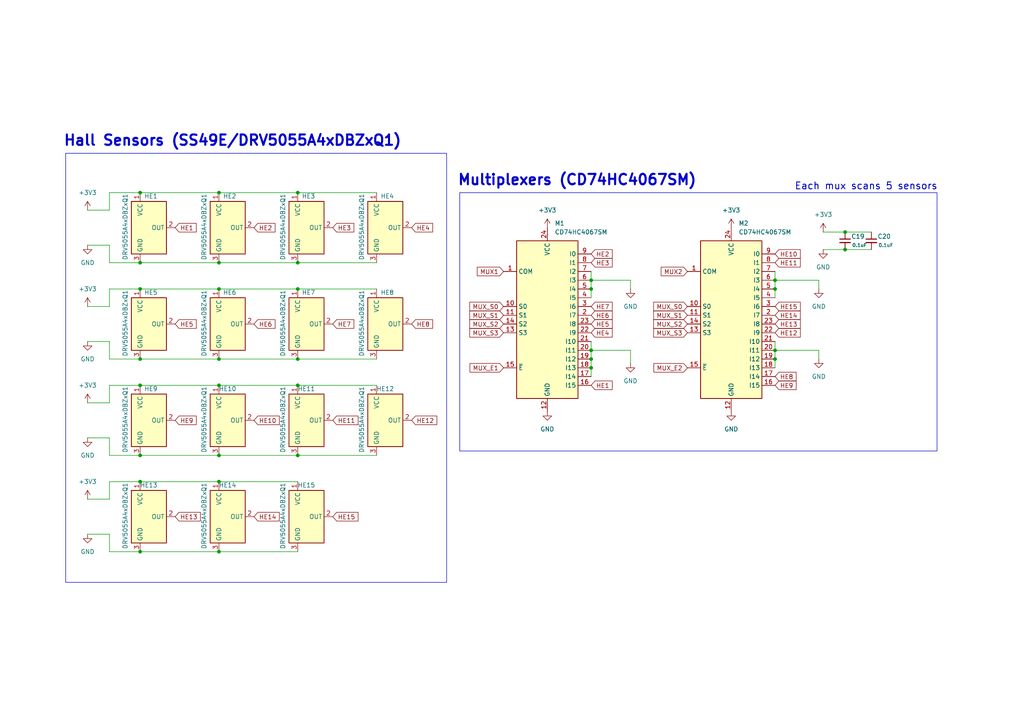
<source format=kicad_sch>
(kicad_sch
	(version 20250114)
	(generator "eeschema")
	(generator_version "9.0")
	(uuid "a77a8db6-7e57-41de-a030-e253a5384770")
	(paper "A4")
	(lib_symbols
		(symbol "74xx:CD74HC4067SM"
			(exclude_from_sim no)
			(in_bom yes)
			(on_board yes)
			(property "Reference" "U"
				(at -8.89 22.86 0)
				(effects
					(font
						(size 1.27 1.27)
					)
					(justify left)
				)
			)
			(property "Value" "CD74HC4067SM"
				(at 1.27 22.86 0)
				(effects
					(font
						(size 1.27 1.27)
					)
					(justify left)
				)
			)
			(property "Footprint" "Package_SO:SSOP-24_5.3x8.2mm_P0.65mm"
				(at 26.67 -25.4 0)
				(effects
					(font
						(size 1.27 1.27)
						(italic yes)
					)
					(hide yes)
				)
			)
			(property "Datasheet" "http://www.ti.com/lit/ds/symlink/cd74hc4067.pdf"
				(at -8.89 21.59 0)
				(effects
					(font
						(size 1.27 1.27)
					)
					(hide yes)
				)
			)
			(property "Description" "High-Speed CMOS Logic 16-Channel Analog Multiplexer/Demultiplexer, SSOP-24"
				(at 0 0 0)
				(effects
					(font
						(size 1.27 1.27)
					)
					(hide yes)
				)
			)
			(property "ki_keywords" "multiplexer demultiplexer mux demux"
				(at 0 0 0)
				(effects
					(font
						(size 1.27 1.27)
					)
					(hide yes)
				)
			)
			(property "ki_fp_filters" "SSOP*5.3x8.2mm*P0.65mm*"
				(at 0 0 0)
				(effects
					(font
						(size 1.27 1.27)
					)
					(hide yes)
				)
			)
			(symbol "CD74HC4067SM_0_1"
				(rectangle
					(start -8.89 21.59)
					(end 8.89 -24.13)
					(stroke
						(width 0.254)
						(type default)
					)
					(fill
						(type background)
					)
				)
			)
			(symbol "CD74HC4067SM_1_1"
				(pin passive line
					(at -12.7 12.7 0)
					(length 3.81)
					(name "COM"
						(effects
							(font
								(size 1.27 1.27)
							)
						)
					)
					(number "1"
						(effects
							(font
								(size 1.27 1.27)
							)
						)
					)
				)
				(pin input line
					(at -12.7 2.54 0)
					(length 3.81)
					(name "S0"
						(effects
							(font
								(size 1.27 1.27)
							)
						)
					)
					(number "10"
						(effects
							(font
								(size 1.27 1.27)
							)
						)
					)
				)
				(pin input line
					(at -12.7 0 0)
					(length 3.81)
					(name "S1"
						(effects
							(font
								(size 1.27 1.27)
							)
						)
					)
					(number "11"
						(effects
							(font
								(size 1.27 1.27)
							)
						)
					)
				)
				(pin input line
					(at -12.7 -2.54 0)
					(length 3.81)
					(name "S2"
						(effects
							(font
								(size 1.27 1.27)
							)
						)
					)
					(number "14"
						(effects
							(font
								(size 1.27 1.27)
							)
						)
					)
				)
				(pin input line
					(at -12.7 -5.08 0)
					(length 3.81)
					(name "S3"
						(effects
							(font
								(size 1.27 1.27)
							)
						)
					)
					(number "13"
						(effects
							(font
								(size 1.27 1.27)
							)
						)
					)
				)
				(pin input line
					(at -12.7 -15.24 0)
					(length 3.81)
					(name "~{E}"
						(effects
							(font
								(size 1.27 1.27)
							)
						)
					)
					(number "15"
						(effects
							(font
								(size 1.27 1.27)
							)
						)
					)
				)
				(pin power_in line
					(at 0 25.4 270)
					(length 3.81)
					(name "VCC"
						(effects
							(font
								(size 1.27 1.27)
							)
						)
					)
					(number "24"
						(effects
							(font
								(size 1.27 1.27)
							)
						)
					)
				)
				(pin power_in line
					(at 0 -27.94 90)
					(length 3.81)
					(name "GND"
						(effects
							(font
								(size 1.27 1.27)
							)
						)
					)
					(number "12"
						(effects
							(font
								(size 1.27 1.27)
							)
						)
					)
				)
				(pin passive line
					(at 12.7 17.78 180)
					(length 3.81)
					(name "I0"
						(effects
							(font
								(size 1.27 1.27)
							)
						)
					)
					(number "9"
						(effects
							(font
								(size 1.27 1.27)
							)
						)
					)
				)
				(pin passive line
					(at 12.7 15.24 180)
					(length 3.81)
					(name "I1"
						(effects
							(font
								(size 1.27 1.27)
							)
						)
					)
					(number "8"
						(effects
							(font
								(size 1.27 1.27)
							)
						)
					)
				)
				(pin passive line
					(at 12.7 12.7 180)
					(length 3.81)
					(name "I2"
						(effects
							(font
								(size 1.27 1.27)
							)
						)
					)
					(number "7"
						(effects
							(font
								(size 1.27 1.27)
							)
						)
					)
				)
				(pin passive line
					(at 12.7 10.16 180)
					(length 3.81)
					(name "I3"
						(effects
							(font
								(size 1.27 1.27)
							)
						)
					)
					(number "6"
						(effects
							(font
								(size 1.27 1.27)
							)
						)
					)
				)
				(pin passive line
					(at 12.7 7.62 180)
					(length 3.81)
					(name "I4"
						(effects
							(font
								(size 1.27 1.27)
							)
						)
					)
					(number "5"
						(effects
							(font
								(size 1.27 1.27)
							)
						)
					)
				)
				(pin passive line
					(at 12.7 5.08 180)
					(length 3.81)
					(name "I5"
						(effects
							(font
								(size 1.27 1.27)
							)
						)
					)
					(number "4"
						(effects
							(font
								(size 1.27 1.27)
							)
						)
					)
				)
				(pin passive line
					(at 12.7 2.54 180)
					(length 3.81)
					(name "I6"
						(effects
							(font
								(size 1.27 1.27)
							)
						)
					)
					(number "3"
						(effects
							(font
								(size 1.27 1.27)
							)
						)
					)
				)
				(pin passive line
					(at 12.7 0 180)
					(length 3.81)
					(name "I7"
						(effects
							(font
								(size 1.27 1.27)
							)
						)
					)
					(number "2"
						(effects
							(font
								(size 1.27 1.27)
							)
						)
					)
				)
				(pin passive line
					(at 12.7 -2.54 180)
					(length 3.81)
					(name "I8"
						(effects
							(font
								(size 1.27 1.27)
							)
						)
					)
					(number "23"
						(effects
							(font
								(size 1.27 1.27)
							)
						)
					)
				)
				(pin passive line
					(at 12.7 -5.08 180)
					(length 3.81)
					(name "I9"
						(effects
							(font
								(size 1.27 1.27)
							)
						)
					)
					(number "22"
						(effects
							(font
								(size 1.27 1.27)
							)
						)
					)
				)
				(pin passive line
					(at 12.7 -7.62 180)
					(length 3.81)
					(name "I10"
						(effects
							(font
								(size 1.27 1.27)
							)
						)
					)
					(number "21"
						(effects
							(font
								(size 1.27 1.27)
							)
						)
					)
				)
				(pin passive line
					(at 12.7 -10.16 180)
					(length 3.81)
					(name "I11"
						(effects
							(font
								(size 1.27 1.27)
							)
						)
					)
					(number "20"
						(effects
							(font
								(size 1.27 1.27)
							)
						)
					)
				)
				(pin passive line
					(at 12.7 -12.7 180)
					(length 3.81)
					(name "I12"
						(effects
							(font
								(size 1.27 1.27)
							)
						)
					)
					(number "19"
						(effects
							(font
								(size 1.27 1.27)
							)
						)
					)
				)
				(pin passive line
					(at 12.7 -15.24 180)
					(length 3.81)
					(name "I13"
						(effects
							(font
								(size 1.27 1.27)
							)
						)
					)
					(number "18"
						(effects
							(font
								(size 1.27 1.27)
							)
						)
					)
				)
				(pin passive line
					(at 12.7 -17.78 180)
					(length 3.81)
					(name "I14"
						(effects
							(font
								(size 1.27 1.27)
							)
						)
					)
					(number "17"
						(effects
							(font
								(size 1.27 1.27)
							)
						)
					)
				)
				(pin passive line
					(at 12.7 -20.32 180)
					(length 3.81)
					(name "I15"
						(effects
							(font
								(size 1.27 1.27)
							)
						)
					)
					(number "16"
						(effects
							(font
								(size 1.27 1.27)
							)
						)
					)
				)
			)
			(embedded_fonts no)
		)
		(symbol "Device:C_Small"
			(pin_numbers
				(hide yes)
			)
			(pin_names
				(offset 0.254)
				(hide yes)
			)
			(exclude_from_sim no)
			(in_bom yes)
			(on_board yes)
			(property "Reference" "C"
				(at 0.254 1.778 0)
				(effects
					(font
						(size 1.27 1.27)
					)
					(justify left)
				)
			)
			(property "Value" "C_Small"
				(at 0.254 -2.032 0)
				(effects
					(font
						(size 1.27 1.27)
					)
					(justify left)
				)
			)
			(property "Footprint" ""
				(at 0 0 0)
				(effects
					(font
						(size 1.27 1.27)
					)
					(hide yes)
				)
			)
			(property "Datasheet" "~"
				(at 0 0 0)
				(effects
					(font
						(size 1.27 1.27)
					)
					(hide yes)
				)
			)
			(property "Description" "Unpolarized capacitor, small symbol"
				(at 0 0 0)
				(effects
					(font
						(size 1.27 1.27)
					)
					(hide yes)
				)
			)
			(property "ki_keywords" "capacitor cap"
				(at 0 0 0)
				(effects
					(font
						(size 1.27 1.27)
					)
					(hide yes)
				)
			)
			(property "ki_fp_filters" "C_*"
				(at 0 0 0)
				(effects
					(font
						(size 1.27 1.27)
					)
					(hide yes)
				)
			)
			(symbol "C_Small_0_1"
				(polyline
					(pts
						(xy -1.524 0.508) (xy 1.524 0.508)
					)
					(stroke
						(width 0.3048)
						(type default)
					)
					(fill
						(type none)
					)
				)
				(polyline
					(pts
						(xy -1.524 -0.508) (xy 1.524 -0.508)
					)
					(stroke
						(width 0.3302)
						(type default)
					)
					(fill
						(type none)
					)
				)
			)
			(symbol "C_Small_1_1"
				(pin passive line
					(at 0 2.54 270)
					(length 2.032)
					(name "~"
						(effects
							(font
								(size 1.27 1.27)
							)
						)
					)
					(number "1"
						(effects
							(font
								(size 1.27 1.27)
							)
						)
					)
				)
				(pin passive line
					(at 0 -2.54 90)
					(length 2.032)
					(name "~"
						(effects
							(font
								(size 1.27 1.27)
							)
						)
					)
					(number "2"
						(effects
							(font
								(size 1.27 1.27)
							)
						)
					)
				)
			)
			(embedded_fonts no)
		)
		(symbol "Sensor_Magnetic:DRV5055A4xDBZxQ1"
			(exclude_from_sim no)
			(in_bom yes)
			(on_board yes)
			(property "Reference" "U"
				(at 2.54 12.7 0)
				(effects
					(font
						(size 1.27 1.27)
					)
				)
			)
			(property "Value" "DRV5055A4xDBZxQ1"
				(at 2.54 10.16 0)
				(effects
					(font
						(size 1.27 1.27)
					)
				)
			)
			(property "Footprint" "Package_TO_SOT_SMD:SOT-23"
				(at 0 0 0)
				(effects
					(font
						(size 1.27 1.27)
					)
					(hide yes)
				)
			)
			(property "Datasheet" "https://www.ti.com/lit/ds/symlink/drv5055-q1.pdf"
				(at 0 0 0)
				(effects
					(font
						(size 1.27 1.27)
					)
					(hide yes)
				)
			)
			(property "Description" "12.5 mV/mT,±169-mT, 20-kHz, 3.3/5V, SOT-23"
				(at 0 0 0)
				(effects
					(font
						(size 1.27 1.27)
					)
					(hide yes)
				)
			)
			(property "ki_keywords" "Automotive Ratiometric Linear Hall Effect Sensor AEC-Q100"
				(at 0 0 0)
				(effects
					(font
						(size 1.27 1.27)
					)
					(hide yes)
				)
			)
			(property "ki_fp_filters" "SOT?23*"
				(at 0 0 0)
				(effects
					(font
						(size 1.27 1.27)
					)
					(hide yes)
				)
			)
			(symbol "DRV5055A4xDBZxQ1_1_1"
				(rectangle
					(start -5.08 7.62)
					(end 5.08 -7.62)
					(stroke
						(width 0.254)
						(type default)
					)
					(fill
						(type background)
					)
				)
				(pin power_in line
					(at -2.54 10.16 270)
					(length 2.54)
					(name "VCC"
						(effects
							(font
								(size 1.27 1.27)
							)
						)
					)
					(number "1"
						(effects
							(font
								(size 1.27 1.27)
							)
						)
					)
				)
				(pin power_in line
					(at -2.54 -10.16 90)
					(length 2.54)
					(name "GND"
						(effects
							(font
								(size 1.27 1.27)
							)
						)
					)
					(number "3"
						(effects
							(font
								(size 1.27 1.27)
							)
						)
					)
				)
				(pin output line
					(at 7.62 0 180)
					(length 2.54)
					(name "OUT"
						(effects
							(font
								(size 1.27 1.27)
							)
						)
					)
					(number "2"
						(effects
							(font
								(size 1.27 1.27)
							)
						)
					)
				)
			)
			(embedded_fonts no)
		)
		(symbol "power:+3V3"
			(power)
			(pin_numbers
				(hide yes)
			)
			(pin_names
				(offset 0)
				(hide yes)
			)
			(exclude_from_sim no)
			(in_bom yes)
			(on_board yes)
			(property "Reference" "#PWR"
				(at 0 -3.81 0)
				(effects
					(font
						(size 1.27 1.27)
					)
					(hide yes)
				)
			)
			(property "Value" "+3V3"
				(at 0 3.556 0)
				(effects
					(font
						(size 1.27 1.27)
					)
				)
			)
			(property "Footprint" ""
				(at 0 0 0)
				(effects
					(font
						(size 1.27 1.27)
					)
					(hide yes)
				)
			)
			(property "Datasheet" ""
				(at 0 0 0)
				(effects
					(font
						(size 1.27 1.27)
					)
					(hide yes)
				)
			)
			(property "Description" "Power symbol creates a global label with name \"+3V3\""
				(at 0 0 0)
				(effects
					(font
						(size 1.27 1.27)
					)
					(hide yes)
				)
			)
			(property "ki_keywords" "global power"
				(at 0 0 0)
				(effects
					(font
						(size 1.27 1.27)
					)
					(hide yes)
				)
			)
			(symbol "+3V3_0_1"
				(polyline
					(pts
						(xy -0.762 1.27) (xy 0 2.54)
					)
					(stroke
						(width 0)
						(type default)
					)
					(fill
						(type none)
					)
				)
				(polyline
					(pts
						(xy 0 2.54) (xy 0.762 1.27)
					)
					(stroke
						(width 0)
						(type default)
					)
					(fill
						(type none)
					)
				)
				(polyline
					(pts
						(xy 0 0) (xy 0 2.54)
					)
					(stroke
						(width 0)
						(type default)
					)
					(fill
						(type none)
					)
				)
			)
			(symbol "+3V3_1_1"
				(pin power_in line
					(at 0 0 90)
					(length 0)
					(name "~"
						(effects
							(font
								(size 1.27 1.27)
							)
						)
					)
					(number "1"
						(effects
							(font
								(size 1.27 1.27)
							)
						)
					)
				)
			)
			(embedded_fonts no)
		)
		(symbol "power:GND"
			(power)
			(pin_numbers
				(hide yes)
			)
			(pin_names
				(offset 0)
				(hide yes)
			)
			(exclude_from_sim no)
			(in_bom yes)
			(on_board yes)
			(property "Reference" "#PWR"
				(at 0 -6.35 0)
				(effects
					(font
						(size 1.27 1.27)
					)
					(hide yes)
				)
			)
			(property "Value" "GND"
				(at 0 -3.81 0)
				(effects
					(font
						(size 1.27 1.27)
					)
				)
			)
			(property "Footprint" ""
				(at 0 0 0)
				(effects
					(font
						(size 1.27 1.27)
					)
					(hide yes)
				)
			)
			(property "Datasheet" ""
				(at 0 0 0)
				(effects
					(font
						(size 1.27 1.27)
					)
					(hide yes)
				)
			)
			(property "Description" "Power symbol creates a global label with name \"GND\" , ground"
				(at 0 0 0)
				(effects
					(font
						(size 1.27 1.27)
					)
					(hide yes)
				)
			)
			(property "ki_keywords" "global power"
				(at 0 0 0)
				(effects
					(font
						(size 1.27 1.27)
					)
					(hide yes)
				)
			)
			(symbol "GND_0_1"
				(polyline
					(pts
						(xy 0 0) (xy 0 -1.27) (xy 1.27 -1.27) (xy 0 -2.54) (xy -1.27 -1.27) (xy 0 -1.27)
					)
					(stroke
						(width 0)
						(type default)
					)
					(fill
						(type none)
					)
				)
			)
			(symbol "GND_1_1"
				(pin power_in line
					(at 0 0 270)
					(length 0)
					(name "~"
						(effects
							(font
								(size 1.27 1.27)
							)
						)
					)
					(number "1"
						(effects
							(font
								(size 1.27 1.27)
							)
						)
					)
				)
			)
			(embedded_fonts no)
		)
	)
	(rectangle
		(start 133.35 55.88)
		(end 271.78 130.81)
		(stroke
			(width 0)
			(type default)
		)
		(fill
			(type none)
		)
		(uuid bf904d1c-3a5f-43d6-a98c-d75163cd880d)
	)
	(rectangle
		(start 19.05 44.45)
		(end 129.54 168.91)
		(stroke
			(width 0)
			(type default)
		)
		(fill
			(type none)
		)
		(uuid c59c0b27-1bd8-48ef-b4c3-6da9af7bc217)
	)
	(text "Each mux scans 5 sensors"
		(exclude_from_sim no)
		(at 251.206 54.102 0)
		(effects
			(font
				(size 2 2)
				(thickness 0.254)
				(bold yes)
			)
		)
		(uuid "94670a17-19ef-4d96-8011-940d60bd0209")
	)
	(text "Multiplexers (CD74HC4067SM)"
		(exclude_from_sim no)
		(at 132.588 52.324 0)
		(effects
			(font
				(size 3 3)
				(thickness 0.6)
				(bold yes)
			)
			(justify left)
		)
		(uuid "b36ede1e-1ea1-459e-ac31-aeff9a9923d8")
	)
	(text "Hall Sensors (SS49E/DRV5055A4xDBZxQ1)"
		(exclude_from_sim no)
		(at 18.288 40.894 0)
		(effects
			(font
				(size 3 3)
				(thickness 0.6)
				(bold yes)
			)
			(justify left)
		)
		(uuid "bdc655fe-b671-42ee-9cf4-bbdec1a973f1")
	)
	(junction
		(at 63.5 111.76)
		(diameter 0)
		(color 0 0 0 0)
		(uuid "022137d1-d565-48bd-a1ea-35f60d53725a")
	)
	(junction
		(at 245.11 72.39)
		(diameter 0)
		(color 0 0 0 0)
		(uuid "0918877e-c592-4213-b2e2-a099d2f17f62")
	)
	(junction
		(at 40.64 83.82)
		(diameter 0)
		(color 0 0 0 0)
		(uuid "0fd40653-6524-4f24-b7ab-9a21f0c8c329")
	)
	(junction
		(at 86.36 55.88)
		(diameter 0)
		(color 0 0 0 0)
		(uuid "138b5408-1260-4755-b040-37d022636091")
	)
	(junction
		(at 245.11 67.31)
		(diameter 0)
		(color 0 0 0 0)
		(uuid "210bcf84-bc75-4979-b4f2-2f5f593c64f5")
	)
	(junction
		(at 63.5 104.14)
		(diameter 0)
		(color 0 0 0 0)
		(uuid "35250b96-6903-4a8f-9003-47dbc70029ef")
	)
	(junction
		(at 40.64 76.2)
		(diameter 0)
		(color 0 0 0 0)
		(uuid "3ddf6d85-0bc7-40cf-b471-e7df95b9acb2")
	)
	(junction
		(at 63.5 139.7)
		(diameter 0)
		(color 0 0 0 0)
		(uuid "4b44d480-528a-447e-a098-50fe5543df6f")
	)
	(junction
		(at 40.64 55.88)
		(diameter 0)
		(color 0 0 0 0)
		(uuid "573d3358-ec60-4834-8e2f-a41a65986d36")
	)
	(junction
		(at 86.36 76.2)
		(diameter 0)
		(color 0 0 0 0)
		(uuid "5bd379b2-c179-4761-bce1-f61b69e0511b")
	)
	(junction
		(at 40.64 104.14)
		(diameter 0)
		(color 0 0 0 0)
		(uuid "62e1f9e7-e3d0-4b17-ae86-924214e1979e")
	)
	(junction
		(at 63.5 160.02)
		(diameter 0)
		(color 0 0 0 0)
		(uuid "67635147-2d6d-4d67-a866-52f87c130d9f")
	)
	(junction
		(at 40.64 160.02)
		(diameter 0)
		(color 0 0 0 0)
		(uuid "6af6d56c-cc02-4ba6-8f11-ce44e489bba6")
	)
	(junction
		(at 40.64 139.7)
		(diameter 0)
		(color 0 0 0 0)
		(uuid "6c84b302-4ca3-42a1-96cf-da478ae06dc2")
	)
	(junction
		(at 224.79 104.14)
		(diameter 0)
		(color 0 0 0 0)
		(uuid "72957de6-1e5b-45ec-9649-b94e838939ce")
	)
	(junction
		(at 171.45 101.6)
		(diameter 0)
		(color 0 0 0 0)
		(uuid "80113a4a-4899-4047-97f9-9c81fcc47b71")
	)
	(junction
		(at 171.45 106.68)
		(diameter 0)
		(color 0 0 0 0)
		(uuid "82afba3e-d385-4144-9050-338e15a7e46e")
	)
	(junction
		(at 224.79 101.6)
		(diameter 0)
		(color 0 0 0 0)
		(uuid "85491713-4998-423a-90cc-eb56d7974c06")
	)
	(junction
		(at 86.36 132.08)
		(diameter 0)
		(color 0 0 0 0)
		(uuid "879a6883-75c0-4918-a1f9-9944ede1ee39")
	)
	(junction
		(at 40.64 132.08)
		(diameter 0)
		(color 0 0 0 0)
		(uuid "9ac4725a-5c76-4823-a73d-b68e90c7968e")
	)
	(junction
		(at 63.5 83.82)
		(diameter 0)
		(color 0 0 0 0)
		(uuid "a0f33cb4-cd5f-44c5-9b7f-a275ac7119f3")
	)
	(junction
		(at 171.45 81.28)
		(diameter 0)
		(color 0 0 0 0)
		(uuid "a154aeae-ce76-4863-8098-c4aa2981f220")
	)
	(junction
		(at 63.5 76.2)
		(diameter 0)
		(color 0 0 0 0)
		(uuid "b5455e82-5045-45ea-9ea0-28ebe29a6f25")
	)
	(junction
		(at 63.5 132.08)
		(diameter 0)
		(color 0 0 0 0)
		(uuid "bd32bddc-1214-423c-855a-6c4f6c05a7a8")
	)
	(junction
		(at 224.79 83.82)
		(diameter 0)
		(color 0 0 0 0)
		(uuid "c0ad0e50-7b77-4692-825b-47578163defd")
	)
	(junction
		(at 86.36 83.82)
		(diameter 0)
		(color 0 0 0 0)
		(uuid "cb40e7c6-6c57-4d4f-8002-affc3e3a3f8d")
	)
	(junction
		(at 171.45 83.82)
		(diameter 0)
		(color 0 0 0 0)
		(uuid "cdd5fed1-1044-4c7e-be13-868462d1a67e")
	)
	(junction
		(at 171.45 104.14)
		(diameter 0)
		(color 0 0 0 0)
		(uuid "cee47dfb-ba4a-47be-b2dd-7cd8678562d8")
	)
	(junction
		(at 86.36 111.76)
		(diameter 0)
		(color 0 0 0 0)
		(uuid "d6b3fda1-51b8-42d6-affd-54192e5cae55")
	)
	(junction
		(at 86.36 104.14)
		(diameter 0)
		(color 0 0 0 0)
		(uuid "da0985fb-9001-49e2-a3f7-baee34481ed4")
	)
	(junction
		(at 224.79 81.28)
		(diameter 0)
		(color 0 0 0 0)
		(uuid "dbe39463-bc76-48c8-a20f-e2dacf7dace2")
	)
	(junction
		(at 63.5 55.88)
		(diameter 0)
		(color 0 0 0 0)
		(uuid "dfa85dd9-1cf1-4b43-a59c-7e452c530f50")
	)
	(junction
		(at 40.64 111.76)
		(diameter 0)
		(color 0 0 0 0)
		(uuid "e6e9316d-3dd2-4519-bfcf-4103777e78ca")
	)
	(wire
		(pts
			(xy 171.45 78.74) (xy 171.45 81.28)
		)
		(stroke
			(width 0)
			(type default)
		)
		(uuid "05216d60-5630-4068-8c3b-4c1157e8ad73")
	)
	(wire
		(pts
			(xy 171.45 106.68) (xy 171.45 109.22)
		)
		(stroke
			(width 0)
			(type default)
		)
		(uuid "0601d371-2e83-4b45-8c80-4b7a25ecef49")
	)
	(wire
		(pts
			(xy 63.5 83.82) (xy 86.36 83.82)
		)
		(stroke
			(width 0)
			(type default)
		)
		(uuid "0bd5023d-e22b-4b3a-a8d5-b5374983c9f8")
	)
	(wire
		(pts
			(xy 31.75 99.06) (xy 31.75 104.14)
		)
		(stroke
			(width 0)
			(type default)
		)
		(uuid "106c207e-9a7c-421e-8be5-67156623341c")
	)
	(wire
		(pts
			(xy 31.75 144.78) (xy 31.75 139.7)
		)
		(stroke
			(width 0)
			(type default)
		)
		(uuid "14594d53-8556-4e13-ab17-abf116445087")
	)
	(wire
		(pts
			(xy 31.75 160.02) (xy 40.64 160.02)
		)
		(stroke
			(width 0)
			(type default)
		)
		(uuid "15d51910-64e3-411e-ae00-5336b90fa335")
	)
	(wire
		(pts
			(xy 40.64 76.2) (xy 63.5 76.2)
		)
		(stroke
			(width 0)
			(type default)
		)
		(uuid "16359ab1-a00f-48e9-adfa-13e0f721a0a3")
	)
	(wire
		(pts
			(xy 86.36 132.08) (xy 109.22 132.08)
		)
		(stroke
			(width 0)
			(type default)
		)
		(uuid "1928efca-4ce2-41b0-98df-dbcd671754b1")
	)
	(wire
		(pts
			(xy 171.45 104.14) (xy 171.45 106.68)
		)
		(stroke
			(width 0)
			(type default)
		)
		(uuid "1b6c5159-e914-46da-87e1-2a0a901a714a")
	)
	(wire
		(pts
			(xy 245.11 67.31) (xy 252.73 67.31)
		)
		(stroke
			(width 0)
			(type default)
		)
		(uuid "1b74232d-5305-4ea2-b61a-1ae0e7b6aed4")
	)
	(wire
		(pts
			(xy 238.76 72.39) (xy 245.11 72.39)
		)
		(stroke
			(width 0)
			(type default)
		)
		(uuid "206fd738-172a-47cd-9e00-8416c55698a1")
	)
	(wire
		(pts
			(xy 86.36 83.82) (xy 109.22 83.82)
		)
		(stroke
			(width 0)
			(type default)
		)
		(uuid "27eaa247-c639-429c-8cdb-ad9445c14b40")
	)
	(wire
		(pts
			(xy 63.5 132.08) (xy 86.36 132.08)
		)
		(stroke
			(width 0)
			(type default)
		)
		(uuid "2e78bf50-d685-49d2-bb56-a48cae276ba6")
	)
	(wire
		(pts
			(xy 182.88 81.28) (xy 182.88 83.82)
		)
		(stroke
			(width 0)
			(type default)
		)
		(uuid "2f549779-c1f2-4720-8359-db16b334387e")
	)
	(wire
		(pts
			(xy 182.88 101.6) (xy 171.45 101.6)
		)
		(stroke
			(width 0)
			(type default)
		)
		(uuid "313f5344-a0c0-4855-bb20-c655f2776199")
	)
	(wire
		(pts
			(xy 224.79 81.28) (xy 224.79 83.82)
		)
		(stroke
			(width 0)
			(type default)
		)
		(uuid "3278d3b0-08d7-47c4-b4f4-8daaa9df51d4")
	)
	(wire
		(pts
			(xy 40.64 139.7) (xy 63.5 139.7)
		)
		(stroke
			(width 0)
			(type default)
		)
		(uuid "33d3c87a-179b-4f4b-b694-73401849401a")
	)
	(wire
		(pts
			(xy 40.64 160.02) (xy 63.5 160.02)
		)
		(stroke
			(width 0)
			(type default)
		)
		(uuid "34804345-52e3-43a3-a813-86ec183d648c")
	)
	(wire
		(pts
			(xy 25.4 88.9) (xy 31.75 88.9)
		)
		(stroke
			(width 0)
			(type default)
		)
		(uuid "3825e4c3-3a48-4e19-abae-87a38218108c")
	)
	(wire
		(pts
			(xy 25.4 71.12) (xy 31.75 71.12)
		)
		(stroke
			(width 0)
			(type default)
		)
		(uuid "45a2bb25-f411-4e6c-8bee-fa6851779869")
	)
	(wire
		(pts
			(xy 25.4 116.84) (xy 31.75 116.84)
		)
		(stroke
			(width 0)
			(type default)
		)
		(uuid "45daf108-acfe-4ec4-91a0-df66a495fc3b")
	)
	(wire
		(pts
			(xy 224.79 78.74) (xy 224.79 81.28)
		)
		(stroke
			(width 0)
			(type default)
		)
		(uuid "494453dc-57b3-4fd4-b1fa-04b46c39abc7")
	)
	(wire
		(pts
			(xy 86.36 76.2) (xy 109.22 76.2)
		)
		(stroke
			(width 0)
			(type default)
		)
		(uuid "4b97fa62-25be-43d6-87df-22d6e60eccdf")
	)
	(wire
		(pts
			(xy 31.75 71.12) (xy 31.75 76.2)
		)
		(stroke
			(width 0)
			(type default)
		)
		(uuid "58ca3ab0-ba76-49d0-b62f-74187f3b20ee")
	)
	(wire
		(pts
			(xy 25.4 154.94) (xy 31.75 154.94)
		)
		(stroke
			(width 0)
			(type default)
		)
		(uuid "59fd768b-f8fb-42d7-984f-4cfc34f052d3")
	)
	(wire
		(pts
			(xy 86.36 104.14) (xy 109.22 104.14)
		)
		(stroke
			(width 0)
			(type default)
		)
		(uuid "5ca1395b-9f18-45a5-a089-7a6ab1f3e9e0")
	)
	(wire
		(pts
			(xy 40.64 111.76) (xy 63.5 111.76)
		)
		(stroke
			(width 0)
			(type default)
		)
		(uuid "5cfc6bed-c938-4c54-bb71-9019897b795e")
	)
	(wire
		(pts
			(xy 31.75 83.82) (xy 40.64 83.82)
		)
		(stroke
			(width 0)
			(type default)
		)
		(uuid "62d21a42-4bec-481c-8e20-3632c4f3c369")
	)
	(wire
		(pts
			(xy 31.75 127) (xy 31.75 132.08)
		)
		(stroke
			(width 0)
			(type default)
		)
		(uuid "6c027c7c-b499-4c28-998e-beb3c10cb4cf")
	)
	(wire
		(pts
			(xy 25.4 60.96) (xy 31.75 60.96)
		)
		(stroke
			(width 0)
			(type default)
		)
		(uuid "7911620f-cdc8-4e5f-92e4-e16e66dff12a")
	)
	(wire
		(pts
			(xy 40.64 83.82) (xy 63.5 83.82)
		)
		(stroke
			(width 0)
			(type default)
		)
		(uuid "7c35fd12-7d6a-4467-867b-1943c7953fad")
	)
	(wire
		(pts
			(xy 31.75 55.88) (xy 40.64 55.88)
		)
		(stroke
			(width 0)
			(type default)
		)
		(uuid "82b819a8-a9ed-4d1e-a3af-d3a0d7bcddd4")
	)
	(wire
		(pts
			(xy 63.5 104.14) (xy 86.36 104.14)
		)
		(stroke
			(width 0)
			(type default)
		)
		(uuid "8ac4e890-972f-48f5-ba1a-67a85d98b335")
	)
	(wire
		(pts
			(xy 171.45 101.6) (xy 171.45 104.14)
		)
		(stroke
			(width 0)
			(type default)
		)
		(uuid "8f3fdc91-7b78-4b39-904b-ed7a4ed9224a")
	)
	(wire
		(pts
			(xy 31.75 139.7) (xy 40.64 139.7)
		)
		(stroke
			(width 0)
			(type default)
		)
		(uuid "921f28f4-e53f-410d-94bb-3a6289b44649")
	)
	(wire
		(pts
			(xy 86.36 111.76) (xy 109.22 111.76)
		)
		(stroke
			(width 0)
			(type default)
		)
		(uuid "96e3b353-8391-4f97-aa43-6e51271a93aa")
	)
	(wire
		(pts
			(xy 238.76 67.31) (xy 245.11 67.31)
		)
		(stroke
			(width 0)
			(type default)
		)
		(uuid "981d7c43-935a-4664-903c-af35777ecc0c")
	)
	(wire
		(pts
			(xy 31.75 154.94) (xy 31.75 160.02)
		)
		(stroke
			(width 0)
			(type default)
		)
		(uuid "9d1b257f-7aaa-402e-b082-a26fd7956e98")
	)
	(wire
		(pts
			(xy 31.75 132.08) (xy 40.64 132.08)
		)
		(stroke
			(width 0)
			(type default)
		)
		(uuid "a0007418-b595-452c-9f36-317bd774e862")
	)
	(wire
		(pts
			(xy 31.75 88.9) (xy 31.75 83.82)
		)
		(stroke
			(width 0)
			(type default)
		)
		(uuid "a1679338-4a03-4765-8b33-4c0e0c3e6a21")
	)
	(wire
		(pts
			(xy 171.45 99.06) (xy 171.45 101.6)
		)
		(stroke
			(width 0)
			(type default)
		)
		(uuid "a5655533-613a-4398-92b0-47ff23bc2d06")
	)
	(wire
		(pts
			(xy 25.4 144.78) (xy 31.75 144.78)
		)
		(stroke
			(width 0)
			(type default)
		)
		(uuid "ad6c1040-0ba9-4bc5-a7bd-b343036eaa2c")
	)
	(wire
		(pts
			(xy 40.64 132.08) (xy 63.5 132.08)
		)
		(stroke
			(width 0)
			(type default)
		)
		(uuid "aefac366-91c8-482b-bc7c-8ecd794ea261")
	)
	(wire
		(pts
			(xy 31.75 104.14) (xy 40.64 104.14)
		)
		(stroke
			(width 0)
			(type default)
		)
		(uuid "b40a30fc-ebad-41f3-aa9d-1b9cbf84020c")
	)
	(wire
		(pts
			(xy 171.45 83.82) (xy 171.45 86.36)
		)
		(stroke
			(width 0)
			(type default)
		)
		(uuid "b4a0acaa-828f-4262-a8eb-28fc8b9f6ef4")
	)
	(wire
		(pts
			(xy 182.88 101.6) (xy 182.88 105.41)
		)
		(stroke
			(width 0)
			(type default)
		)
		(uuid "bfbbc155-035c-40b7-8fb6-05f02c9b227f")
	)
	(wire
		(pts
			(xy 63.5 160.02) (xy 86.36 160.02)
		)
		(stroke
			(width 0)
			(type default)
		)
		(uuid "bfcb76f0-eb08-4610-a1f8-a7100748f49f")
	)
	(wire
		(pts
			(xy 237.49 101.6) (xy 237.49 104.14)
		)
		(stroke
			(width 0)
			(type default)
		)
		(uuid "c6e41f90-f128-48c8-8eb7-63b80af0a6a3")
	)
	(wire
		(pts
			(xy 63.5 76.2) (xy 86.36 76.2)
		)
		(stroke
			(width 0)
			(type default)
		)
		(uuid "cab778c0-60c3-4d3c-be81-db318612aa65")
	)
	(wire
		(pts
			(xy 25.4 99.06) (xy 31.75 99.06)
		)
		(stroke
			(width 0)
			(type default)
		)
		(uuid "cb3a8034-08c2-45b7-8242-01fb71f881b8")
	)
	(wire
		(pts
			(xy 224.79 81.28) (xy 237.49 81.28)
		)
		(stroke
			(width 0)
			(type default)
		)
		(uuid "ce18abd6-1083-4ad2-8c6c-14651c9ad887")
	)
	(wire
		(pts
			(xy 31.75 60.96) (xy 31.75 55.88)
		)
		(stroke
			(width 0)
			(type default)
		)
		(uuid "d44c4254-fc96-416e-afbd-50ebfbde0708")
	)
	(wire
		(pts
			(xy 237.49 81.28) (xy 237.49 83.82)
		)
		(stroke
			(width 0)
			(type default)
		)
		(uuid "d521c781-05ff-4410-bf30-5353e47cbf6f")
	)
	(wire
		(pts
			(xy 224.79 101.6) (xy 224.79 104.14)
		)
		(stroke
			(width 0)
			(type default)
		)
		(uuid "d635ec21-d38d-48ac-be80-522ebfc930bf")
	)
	(wire
		(pts
			(xy 31.75 111.76) (xy 40.64 111.76)
		)
		(stroke
			(width 0)
			(type default)
		)
		(uuid "da1fbdf1-9cb6-4a55-a006-defdc59d2b73")
	)
	(wire
		(pts
			(xy 245.11 72.39) (xy 252.73 72.39)
		)
		(stroke
			(width 0)
			(type default)
		)
		(uuid "daf98064-0959-4f93-9bb7-4fa91c3c0847")
	)
	(wire
		(pts
			(xy 63.5 139.7) (xy 86.36 139.7)
		)
		(stroke
			(width 0)
			(type default)
		)
		(uuid "e5b5d2ae-9451-4ca0-83f6-147c32a7575d")
	)
	(wire
		(pts
			(xy 31.75 116.84) (xy 31.75 111.76)
		)
		(stroke
			(width 0)
			(type default)
		)
		(uuid "e679cb93-61d8-4431-a6a2-c179ee9c65e8")
	)
	(wire
		(pts
			(xy 224.79 101.6) (xy 237.49 101.6)
		)
		(stroke
			(width 0)
			(type default)
		)
		(uuid "e67e690c-fda5-446d-8d8c-be0f753ca866")
	)
	(wire
		(pts
			(xy 171.45 81.28) (xy 171.45 83.82)
		)
		(stroke
			(width 0)
			(type default)
		)
		(uuid "e68183d3-b0bd-4e5e-9c96-c59453fb6972")
	)
	(wire
		(pts
			(xy 25.4 127) (xy 31.75 127)
		)
		(stroke
			(width 0)
			(type default)
		)
		(uuid "e6cef3c1-a784-4c55-988b-903c15a7dee1")
	)
	(wire
		(pts
			(xy 171.45 81.28) (xy 182.88 81.28)
		)
		(stroke
			(width 0)
			(type default)
		)
		(uuid "ec37bb2a-b94b-4390-9bf2-a7943103bde8")
	)
	(wire
		(pts
			(xy 224.79 104.14) (xy 224.79 106.68)
		)
		(stroke
			(width 0)
			(type default)
		)
		(uuid "ee1a21c1-0424-49c0-a62d-d4d2c5d702cd")
	)
	(wire
		(pts
			(xy 31.75 76.2) (xy 40.64 76.2)
		)
		(stroke
			(width 0)
			(type default)
		)
		(uuid "f39440ff-2c82-42af-b0a4-fe2b00946e02")
	)
	(wire
		(pts
			(xy 224.79 99.06) (xy 224.79 101.6)
		)
		(stroke
			(width 0)
			(type default)
		)
		(uuid "f7bbde5f-278c-411b-a20a-424357bf57af")
	)
	(wire
		(pts
			(xy 40.64 104.14) (xy 63.5 104.14)
		)
		(stroke
			(width 0)
			(type default)
		)
		(uuid "fa31842d-6e7f-4c30-bf5e-31c0b4c5f4c0")
	)
	(wire
		(pts
			(xy 63.5 111.76) (xy 86.36 111.76)
		)
		(stroke
			(width 0)
			(type default)
		)
		(uuid "fab5e8e0-5757-4714-a81d-5ad7fd8aa52d")
	)
	(wire
		(pts
			(xy 224.79 83.82) (xy 224.79 86.36)
		)
		(stroke
			(width 0)
			(type default)
		)
		(uuid "fc00375f-542d-43aa-a141-d1a53af5dae4")
	)
	(wire
		(pts
			(xy 86.36 55.88) (xy 109.22 55.88)
		)
		(stroke
			(width 0)
			(type default)
		)
		(uuid "fc746d30-f09f-4e9b-8536-d7b88c97f379")
	)
	(wire
		(pts
			(xy 63.5 55.88) (xy 86.36 55.88)
		)
		(stroke
			(width 0)
			(type default)
		)
		(uuid "fe77536d-5879-4885-902a-be50e58e38e8")
	)
	(wire
		(pts
			(xy 40.64 55.88) (xy 63.5 55.88)
		)
		(stroke
			(width 0)
			(type default)
		)
		(uuid "ffe5fb5b-007f-4f90-b7d5-6a1bd9ba8c07")
	)
	(global_label "HE2"
		(shape input)
		(at 73.66 66.04 0)
		(fields_autoplaced yes)
		(effects
			(font
				(size 1.27 1.27)
			)
			(justify left)
		)
		(uuid "0870d741-2b5f-4150-81ba-555bec36ba04")
		(property "Intersheetrefs" "${INTERSHEET_REFS}"
			(at 80.3342 66.04 0)
			(effects
				(font
					(size 1.27 1.27)
				)
				(justify left)
				(hide yes)
			)
		)
	)
	(global_label "HE5"
		(shape input)
		(at 171.45 93.98 0)
		(fields_autoplaced yes)
		(effects
			(font
				(size 1.27 1.27)
			)
			(justify left)
		)
		(uuid "0d5b2a78-6e27-428a-83f4-0bc035ff36fc")
		(property "Intersheetrefs" "${INTERSHEET_REFS}"
			(at 178.1242 93.98 0)
			(effects
				(font
					(size 1.27 1.27)
				)
				(justify left)
				(hide yes)
			)
		)
	)
	(global_label "HE13"
		(shape input)
		(at 50.8 149.86 0)
		(fields_autoplaced yes)
		(effects
			(font
				(size 1.27 1.27)
			)
			(justify left)
		)
		(uuid "140a0f2a-ef1c-4323-a211-b44d8f91ef53")
		(property "Intersheetrefs" "${INTERSHEET_REFS}"
			(at 58.6837 149.86 0)
			(effects
				(font
					(size 1.27 1.27)
				)
				(justify left)
				(hide yes)
			)
		)
	)
	(global_label "HE1"
		(shape input)
		(at 171.45 111.76 0)
		(fields_autoplaced yes)
		(effects
			(font
				(size 1.27 1.27)
			)
			(justify left)
		)
		(uuid "1905e186-c85c-4836-8691-53fc82d83952")
		(property "Intersheetrefs" "${INTERSHEET_REFS}"
			(at 178.1242 111.76 0)
			(effects
				(font
					(size 1.27 1.27)
				)
				(justify left)
				(hide yes)
			)
		)
	)
	(global_label "HE3"
		(shape input)
		(at 171.45 76.2 0)
		(fields_autoplaced yes)
		(effects
			(font
				(size 1.27 1.27)
			)
			(justify left)
		)
		(uuid "1c5f91cf-9d7a-4022-934c-5a629db8474f")
		(property "Intersheetrefs" "${INTERSHEET_REFS}"
			(at 178.1242 76.2 0)
			(effects
				(font
					(size 1.27 1.27)
				)
				(justify left)
				(hide yes)
			)
		)
	)
	(global_label "HE4"
		(shape input)
		(at 119.38 66.04 0)
		(fields_autoplaced yes)
		(effects
			(font
				(size 1.27 1.27)
			)
			(justify left)
		)
		(uuid "242ad70c-d7b0-43cd-aa46-95406f3405fb")
		(property "Intersheetrefs" "${INTERSHEET_REFS}"
			(at 126.0542 66.04 0)
			(effects
				(font
					(size 1.27 1.27)
				)
				(justify left)
				(hide yes)
			)
		)
	)
	(global_label "HE8"
		(shape input)
		(at 119.38 93.98 0)
		(fields_autoplaced yes)
		(effects
			(font
				(size 1.27 1.27)
			)
			(justify left)
		)
		(uuid "45230746-08b8-424d-ba21-7653c5eb66fc")
		(property "Intersheetrefs" "${INTERSHEET_REFS}"
			(at 126.0542 93.98 0)
			(effects
				(font
					(size 1.27 1.27)
				)
				(justify left)
				(hide yes)
			)
		)
	)
	(global_label "MUX_S2"
		(shape input)
		(at 146.05 93.98 180)
		(fields_autoplaced yes)
		(effects
			(font
				(size 1.27 1.27)
			)
			(justify right)
		)
		(uuid "48437668-ac27-4fe9-b568-98eacf64f37c")
		(property "Intersheetrefs" "${INTERSHEET_REFS}"
			(at 135.6868 93.98 0)
			(effects
				(font
					(size 1.27 1.27)
				)
				(justify right)
				(hide yes)
			)
		)
	)
	(global_label "MUX1"
		(shape input)
		(at 146.05 78.74 180)
		(fields_autoplaced yes)
		(effects
			(font
				(size 1.27 1.27)
			)
			(justify right)
		)
		(uuid "490cc182-a22a-450e-a04e-b57bf9b2cea4")
		(property "Intersheetrefs" "${INTERSHEET_REFS}"
			(at 137.8639 78.74 0)
			(effects
				(font
					(size 1.27 1.27)
				)
				(justify right)
				(hide yes)
			)
		)
	)
	(global_label "HE2"
		(shape input)
		(at 171.45 73.66 0)
		(fields_autoplaced yes)
		(effects
			(font
				(size 1.27 1.27)
			)
			(justify left)
		)
		(uuid "4b0a6722-fbb6-473d-b75d-e912220d46ff")
		(property "Intersheetrefs" "${INTERSHEET_REFS}"
			(at 178.1242 73.66 0)
			(effects
				(font
					(size 1.27 1.27)
				)
				(justify left)
				(hide yes)
			)
		)
	)
	(global_label "MUX_S3"
		(shape input)
		(at 146.05 96.52 180)
		(fields_autoplaced yes)
		(effects
			(font
				(size 1.27 1.27)
			)
			(justify right)
		)
		(uuid "4e84a936-9298-4942-90f9-f39ecbe7a8c9")
		(property "Intersheetrefs" "${INTERSHEET_REFS}"
			(at 135.6868 96.52 0)
			(effects
				(font
					(size 1.27 1.27)
				)
				(justify right)
				(hide yes)
			)
		)
	)
	(global_label "HE15"
		(shape input)
		(at 96.52 149.86 0)
		(fields_autoplaced yes)
		(effects
			(font
				(size 1.27 1.27)
			)
			(justify left)
		)
		(uuid "5190ea30-d846-480e-b7ea-5b8baddd5705")
		(property "Intersheetrefs" "${INTERSHEET_REFS}"
			(at 104.4037 149.86 0)
			(effects
				(font
					(size 1.27 1.27)
				)
				(justify left)
				(hide yes)
			)
		)
	)
	(global_label "MUX_S3"
		(shape input)
		(at 199.39 96.52 180)
		(fields_autoplaced yes)
		(effects
			(font
				(size 1.27 1.27)
			)
			(justify right)
		)
		(uuid "5a0d5ce7-7a01-40ee-ad4b-8e3827df02c3")
		(property "Intersheetrefs" "${INTERSHEET_REFS}"
			(at 189.0268 96.52 0)
			(effects
				(font
					(size 1.27 1.27)
				)
				(justify right)
				(hide yes)
			)
		)
	)
	(global_label "HE4"
		(shape input)
		(at 171.45 96.52 0)
		(fields_autoplaced yes)
		(effects
			(font
				(size 1.27 1.27)
			)
			(justify left)
		)
		(uuid "6209a34a-7c42-418e-ac4f-2ce3a19b7c4e")
		(property "Intersheetrefs" "${INTERSHEET_REFS}"
			(at 178.1242 96.52 0)
			(effects
				(font
					(size 1.27 1.27)
				)
				(justify left)
				(hide yes)
			)
		)
	)
	(global_label "MUX_S0"
		(shape input)
		(at 146.05 88.9 180)
		(fields_autoplaced yes)
		(effects
			(font
				(size 1.27 1.27)
			)
			(justify right)
		)
		(uuid "67201d9d-cfde-4a9d-ace2-93d83b9ebdfe")
		(property "Intersheetrefs" "${INTERSHEET_REFS}"
			(at 135.6868 88.9 0)
			(effects
				(font
					(size 1.27 1.27)
				)
				(justify right)
				(hide yes)
			)
		)
	)
	(global_label "HE9"
		(shape input)
		(at 50.8 121.92 0)
		(fields_autoplaced yes)
		(effects
			(font
				(size 1.27 1.27)
			)
			(justify left)
		)
		(uuid "687c89ba-7cb1-4076-a6fc-9aa6eb34c6bb")
		(property "Intersheetrefs" "${INTERSHEET_REFS}"
			(at 57.4742 121.92 0)
			(effects
				(font
					(size 1.27 1.27)
				)
				(justify left)
				(hide yes)
			)
		)
	)
	(global_label "HE8"
		(shape input)
		(at 224.79 109.22 0)
		(fields_autoplaced yes)
		(effects
			(font
				(size 1.27 1.27)
			)
			(justify left)
		)
		(uuid "6a04adb5-dba9-4e05-960e-64e2f0206b99")
		(property "Intersheetrefs" "${INTERSHEET_REFS}"
			(at 231.4642 109.22 0)
			(effects
				(font
					(size 1.27 1.27)
				)
				(justify left)
				(hide yes)
			)
		)
	)
	(global_label "HE5"
		(shape input)
		(at 50.8 93.98 0)
		(fields_autoplaced yes)
		(effects
			(font
				(size 1.27 1.27)
			)
			(justify left)
		)
		(uuid "6d7f29d2-3ecb-45c1-857c-9ae9b2e18bdb")
		(property "Intersheetrefs" "${INTERSHEET_REFS}"
			(at 57.4742 93.98 0)
			(effects
				(font
					(size 1.27 1.27)
				)
				(justify left)
				(hide yes)
			)
		)
	)
	(global_label "HE6"
		(shape input)
		(at 73.66 93.98 0)
		(fields_autoplaced yes)
		(effects
			(font
				(size 1.27 1.27)
			)
			(justify left)
		)
		(uuid "7670be10-fcbd-4618-83bf-7cb38eeb1bc1")
		(property "Intersheetrefs" "${INTERSHEET_REFS}"
			(at 80.3342 93.98 0)
			(effects
				(font
					(size 1.27 1.27)
				)
				(justify left)
				(hide yes)
			)
		)
	)
	(global_label "HE7"
		(shape input)
		(at 96.52 93.98 0)
		(fields_autoplaced yes)
		(effects
			(font
				(size 1.27 1.27)
			)
			(justify left)
		)
		(uuid "881247c8-651d-4216-b984-81906aa36b48")
		(property "Intersheetrefs" "${INTERSHEET_REFS}"
			(at 103.1942 93.98 0)
			(effects
				(font
					(size 1.27 1.27)
				)
				(justify left)
				(hide yes)
			)
		)
	)
	(global_label "MUX_S1"
		(shape input)
		(at 199.39 91.44 180)
		(fields_autoplaced yes)
		(effects
			(font
				(size 1.27 1.27)
			)
			(justify right)
		)
		(uuid "951c4d3a-e92e-4072-b0c5-b52e711fd15a")
		(property "Intersheetrefs" "${INTERSHEET_REFS}"
			(at 189.0268 91.44 0)
			(effects
				(font
					(size 1.27 1.27)
				)
				(justify right)
				(hide yes)
			)
		)
	)
	(global_label "MUX2"
		(shape input)
		(at 199.39 78.74 180)
		(fields_autoplaced yes)
		(effects
			(font
				(size 1.27 1.27)
			)
			(justify right)
		)
		(uuid "96ab3f54-b1ce-469a-bcd2-de3c1bee20aa")
		(property "Intersheetrefs" "${INTERSHEET_REFS}"
			(at 191.2039 78.74 0)
			(effects
				(font
					(size 1.27 1.27)
				)
				(justify right)
				(hide yes)
			)
		)
	)
	(global_label "HE10"
		(shape input)
		(at 224.79 73.66 0)
		(fields_autoplaced yes)
		(effects
			(font
				(size 1.27 1.27)
			)
			(justify left)
		)
		(uuid "9ada1aef-ebc6-43af-91e1-36e4e7c372d6")
		(property "Intersheetrefs" "${INTERSHEET_REFS}"
			(at 232.6737 73.66 0)
			(effects
				(font
					(size 1.27 1.27)
				)
				(justify left)
				(hide yes)
			)
		)
	)
	(global_label "MUX_S1"
		(shape input)
		(at 146.05 91.44 180)
		(fields_autoplaced yes)
		(effects
			(font
				(size 1.27 1.27)
			)
			(justify right)
		)
		(uuid "9d13ddfa-8a9b-4e54-aa46-c1849744b67d")
		(property "Intersheetrefs" "${INTERSHEET_REFS}"
			(at 135.6868 91.44 0)
			(effects
				(font
					(size 1.27 1.27)
				)
				(justify right)
				(hide yes)
			)
		)
	)
	(global_label "HE15"
		(shape input)
		(at 224.79 88.9 0)
		(fields_autoplaced yes)
		(effects
			(font
				(size 1.27 1.27)
			)
			(justify left)
		)
		(uuid "9e20ba5b-cd08-4ecd-ab01-8a93cfceebb6")
		(property "Intersheetrefs" "${INTERSHEET_REFS}"
			(at 232.6737 88.9 0)
			(effects
				(font
					(size 1.27 1.27)
				)
				(justify left)
				(hide yes)
			)
		)
	)
	(global_label "HE9"
		(shape input)
		(at 224.79 111.76 0)
		(fields_autoplaced yes)
		(effects
			(font
				(size 1.27 1.27)
			)
			(justify left)
		)
		(uuid "a1d014cf-3fc7-4c7f-95e4-f2c511a3a724")
		(property "Intersheetrefs" "${INTERSHEET_REFS}"
			(at 231.4642 111.76 0)
			(effects
				(font
					(size 1.27 1.27)
				)
				(justify left)
				(hide yes)
			)
		)
	)
	(global_label "HE14"
		(shape input)
		(at 224.79 91.44 0)
		(fields_autoplaced yes)
		(effects
			(font
				(size 1.27 1.27)
			)
			(justify left)
		)
		(uuid "a95a8189-9c3c-4fa1-baa8-e36b2b3fdc80")
		(property "Intersheetrefs" "${INTERSHEET_REFS}"
			(at 232.6737 91.44 0)
			(effects
				(font
					(size 1.27 1.27)
				)
				(justify left)
				(hide yes)
			)
		)
	)
	(global_label "MUX_S2"
		(shape input)
		(at 199.39 93.98 180)
		(fields_autoplaced yes)
		(effects
			(font
				(size 1.27 1.27)
			)
			(justify right)
		)
		(uuid "a9af149e-2504-481e-9588-170b529fccd5")
		(property "Intersheetrefs" "${INTERSHEET_REFS}"
			(at 189.0268 93.98 0)
			(effects
				(font
					(size 1.27 1.27)
				)
				(justify right)
				(hide yes)
			)
		)
	)
	(global_label "HE7"
		(shape input)
		(at 171.45 88.9 0)
		(fields_autoplaced yes)
		(effects
			(font
				(size 1.27 1.27)
			)
			(justify left)
		)
		(uuid "bc061d1a-3967-4462-898a-434f2d9c5752")
		(property "Intersheetrefs" "${INTERSHEET_REFS}"
			(at 178.1242 88.9 0)
			(effects
				(font
					(size 1.27 1.27)
				)
				(justify left)
				(hide yes)
			)
		)
	)
	(global_label "HE14"
		(shape input)
		(at 73.66 149.86 0)
		(fields_autoplaced yes)
		(effects
			(font
				(size 1.27 1.27)
			)
			(justify left)
		)
		(uuid "c56911c8-6a5c-4d39-a5a9-df32e2cb9dc7")
		(property "Intersheetrefs" "${INTERSHEET_REFS}"
			(at 81.5437 149.86 0)
			(effects
				(font
					(size 1.27 1.27)
				)
				(justify left)
				(hide yes)
			)
		)
	)
	(global_label "HE12"
		(shape input)
		(at 224.79 96.52 0)
		(fields_autoplaced yes)
		(effects
			(font
				(size 1.27 1.27)
			)
			(justify left)
		)
		(uuid "d271920a-b139-42a5-a9ee-48e0a87a9c3d")
		(property "Intersheetrefs" "${INTERSHEET_REFS}"
			(at 232.6737 96.52 0)
			(effects
				(font
					(size 1.27 1.27)
				)
				(justify left)
				(hide yes)
			)
		)
	)
	(global_label "HE13"
		(shape input)
		(at 224.79 93.98 0)
		(fields_autoplaced yes)
		(effects
			(font
				(size 1.27 1.27)
			)
			(justify left)
		)
		(uuid "d643955f-17a2-4dd6-a18d-14aec9709f82")
		(property "Intersheetrefs" "${INTERSHEET_REFS}"
			(at 232.6737 93.98 0)
			(effects
				(font
					(size 1.27 1.27)
				)
				(justify left)
				(hide yes)
			)
		)
	)
	(global_label "MUX_S0"
		(shape input)
		(at 199.39 88.9 180)
		(fields_autoplaced yes)
		(effects
			(font
				(size 1.27 1.27)
			)
			(justify right)
		)
		(uuid "d66f09c9-c188-4f54-a9e6-5c5eb7f54a5f")
		(property "Intersheetrefs" "${INTERSHEET_REFS}"
			(at 189.0268 88.9 0)
			(effects
				(font
					(size 1.27 1.27)
				)
				(justify right)
				(hide yes)
			)
		)
	)
	(global_label "HE1"
		(shape input)
		(at 50.8 66.04 0)
		(fields_autoplaced yes)
		(effects
			(font
				(size 1.27 1.27)
			)
			(justify left)
		)
		(uuid "e19b1397-2f10-41ac-b298-f50ef6f4f672")
		(property "Intersheetrefs" "${INTERSHEET_REFS}"
			(at 57.4742 66.04 0)
			(effects
				(font
					(size 1.27 1.27)
				)
				(justify left)
				(hide yes)
			)
		)
	)
	(global_label "MUX_E1"
		(shape input)
		(at 146.05 106.68 180)
		(fields_autoplaced yes)
		(effects
			(font
				(size 1.27 1.27)
			)
			(justify right)
		)
		(uuid "e226cdb9-ca26-44b4-be5e-fed138d24d8f")
		(property "Intersheetrefs" "${INTERSHEET_REFS}"
			(at 135.7473 106.68 0)
			(effects
				(font
					(size 1.27 1.27)
				)
				(justify right)
				(hide yes)
			)
		)
	)
	(global_label "HE6"
		(shape input)
		(at 171.45 91.44 0)
		(fields_autoplaced yes)
		(effects
			(font
				(size 1.27 1.27)
			)
			(justify left)
		)
		(uuid "e78e09e0-d24e-48be-9e2c-9dc9891c27a9")
		(property "Intersheetrefs" "${INTERSHEET_REFS}"
			(at 178.1242 91.44 0)
			(effects
				(font
					(size 1.27 1.27)
				)
				(justify left)
				(hide yes)
			)
		)
	)
	(global_label "HE3"
		(shape input)
		(at 96.52 66.04 0)
		(fields_autoplaced yes)
		(effects
			(font
				(size 1.27 1.27)
			)
			(justify left)
		)
		(uuid "ee474767-853f-4b55-b7ed-b7cbfd44d6e2")
		(property "Intersheetrefs" "${INTERSHEET_REFS}"
			(at 103.1942 66.04 0)
			(effects
				(font
					(size 1.27 1.27)
				)
				(justify left)
				(hide yes)
			)
		)
	)
	(global_label "HE11"
		(shape input)
		(at 96.52 121.92 0)
		(fields_autoplaced yes)
		(effects
			(font
				(size 1.27 1.27)
			)
			(justify left)
		)
		(uuid "f426b871-f17c-4a74-bac5-edabf2359816")
		(property "Intersheetrefs" "${INTERSHEET_REFS}"
			(at 104.4037 121.92 0)
			(effects
				(font
					(size 1.27 1.27)
				)
				(justify left)
				(hide yes)
			)
		)
	)
	(global_label "HE12"
		(shape input)
		(at 119.38 121.92 0)
		(fields_autoplaced yes)
		(effects
			(font
				(size 1.27 1.27)
			)
			(justify left)
		)
		(uuid "f75f0756-591c-419c-9230-2445dfbf5d6a")
		(property "Intersheetrefs" "${INTERSHEET_REFS}"
			(at 127.2637 121.92 0)
			(effects
				(font
					(size 1.27 1.27)
				)
				(justify left)
				(hide yes)
			)
		)
	)
	(global_label "HE11"
		(shape input)
		(at 224.79 76.2 0)
		(fields_autoplaced yes)
		(effects
			(font
				(size 1.27 1.27)
			)
			(justify left)
		)
		(uuid "f881e1c8-b1b0-4ba9-b019-69fd52ca3e5d")
		(property "Intersheetrefs" "${INTERSHEET_REFS}"
			(at 232.6737 76.2 0)
			(effects
				(font
					(size 1.27 1.27)
				)
				(justify left)
				(hide yes)
			)
		)
	)
	(global_label "MUX_E2"
		(shape input)
		(at 199.39 106.68 180)
		(fields_autoplaced yes)
		(effects
			(font
				(size 1.27 1.27)
			)
			(justify right)
		)
		(uuid "fa3514c8-1632-4a8e-addd-10098df78a06")
		(property "Intersheetrefs" "${INTERSHEET_REFS}"
			(at 189.0873 106.68 0)
			(effects
				(font
					(size 1.27 1.27)
				)
				(justify right)
				(hide yes)
			)
		)
	)
	(global_label "HE10"
		(shape input)
		(at 73.66 121.92 0)
		(fields_autoplaced yes)
		(effects
			(font
				(size 1.27 1.27)
			)
			(justify left)
		)
		(uuid "fca7180d-3bb0-4fad-a2fb-dfca9976bfb8")
		(property "Intersheetrefs" "${INTERSHEET_REFS}"
			(at 81.5437 121.92 0)
			(effects
				(font
					(size 1.27 1.27)
				)
				(justify left)
				(hide yes)
			)
		)
	)
	(symbol
		(lib_id "power:GND")
		(at 182.88 83.82 0)
		(mirror y)
		(unit 1)
		(exclude_from_sim no)
		(in_bom yes)
		(on_board yes)
		(dnp no)
		(uuid "04fe9683-33e2-40f6-b944-37c726f12455")
		(property "Reference" "#PWR045"
			(at 182.88 90.17 0)
			(effects
				(font
					(size 1.27 1.27)
				)
				(hide yes)
			)
		)
		(property "Value" "GND"
			(at 182.88 88.9 0)
			(effects
				(font
					(size 1.27 1.27)
				)
			)
		)
		(property "Footprint" ""
			(at 182.88 83.82 0)
			(effects
				(font
					(size 1.27 1.27)
				)
				(hide yes)
			)
		)
		(property "Datasheet" ""
			(at 182.88 83.82 0)
			(effects
				(font
					(size 1.27 1.27)
				)
				(hide yes)
			)
		)
		(property "Description" "Power symbol creates a global label with name \"GND\" , ground"
			(at 182.88 83.82 0)
			(effects
				(font
					(size 1.27 1.27)
				)
				(hide yes)
			)
		)
		(pin "1"
			(uuid "3f10a11b-bef4-4f57-b496-b1717848fa70")
		)
		(instances
			(project "cav16_pico"
				(path "/173bd638-9a37-4b21-a7c5-b0c7cc54f4ef/98e33c4e-8040-435c-9be7-82ea1dbcf55f"
					(reference "#PWR045")
					(unit 1)
				)
			)
		)
	)
	(symbol
		(lib_id "power:+3V3")
		(at 212.09 66.04 0)
		(unit 1)
		(exclude_from_sim no)
		(in_bom yes)
		(on_board yes)
		(dnp no)
		(fields_autoplaced yes)
		(uuid "0abe7b27-2754-45fb-9c96-e14d6d871f92")
		(property "Reference" "#PWR034"
			(at 212.09 69.85 0)
			(effects
				(font
					(size 1.27 1.27)
				)
				(hide yes)
			)
		)
		(property "Value" "+3V3"
			(at 212.09 60.96 0)
			(effects
				(font
					(size 1.27 1.27)
				)
			)
		)
		(property "Footprint" ""
			(at 212.09 66.04 0)
			(effects
				(font
					(size 1.27 1.27)
				)
				(hide yes)
			)
		)
		(property "Datasheet" ""
			(at 212.09 66.04 0)
			(effects
				(font
					(size 1.27 1.27)
				)
				(hide yes)
			)
		)
		(property "Description" "Power symbol creates a global label with name \"+3V3\""
			(at 212.09 66.04 0)
			(effects
				(font
					(size 1.27 1.27)
				)
				(hide yes)
			)
		)
		(pin "1"
			(uuid "084d818f-2836-4d0c-94dd-3c3e070c636a")
		)
		(instances
			(project "cavais_STM32"
				(path "/173bd638-9a37-4b21-a7c5-b0c7cc54f4ef/98e33c4e-8040-435c-9be7-82ea1dbcf55f"
					(reference "#PWR034")
					(unit 1)
				)
			)
		)
	)
	(symbol
		(lib_id "Sensor_Magnetic:DRV5055A4xDBZxQ1")
		(at 111.76 66.04 0)
		(unit 1)
		(exclude_from_sim no)
		(in_bom yes)
		(on_board yes)
		(dnp no)
		(uuid "0f950254-8c6a-4e1c-babb-10fecff62064")
		(property "Reference" "HE4"
			(at 114.3 56.896 0)
			(effects
				(font
					(size 1.27 1.27)
				)
				(justify right)
			)
		)
		(property "Value" "DRV5055A4xDBZxQ1"
			(at 104.902 56.134 90)
			(effects
				(font
					(size 1.27 1.27)
				)
				(justify right)
			)
		)
		(property "Footprint" "PCM_marbastlib-xp-he:SW_MX_HE_90deg_1u"
			(at 111.76 66.04 0)
			(effects
				(font
					(size 1.27 1.27)
				)
				(hide yes)
			)
		)
		(property "Datasheet" "https://www.ti.com/lit/ds/symlink/drv5055-q1.pdf"
			(at 111.76 66.04 0)
			(effects
				(font
					(size 1.27 1.27)
				)
				(hide yes)
			)
		)
		(property "Description" "12.5 mV/mT,±169-mT, 20-kHz, 3.3/5V, SOT-23"
			(at 111.76 66.04 0)
			(effects
				(font
					(size 1.27 1.27)
				)
				(hide yes)
			)
		)
		(pin "3"
			(uuid "0ffabd38-5eab-4524-b0e0-872df3ce957d")
		)
		(pin "1"
			(uuid "6d2d159d-ca75-40a5-9836-e1aa55770bbe")
		)
		(pin "2"
			(uuid "494c10f6-ebc6-41c6-af3c-c9f3f308441f")
		)
		(instances
			(project "cavais_STM32"
				(path "/173bd638-9a37-4b21-a7c5-b0c7cc54f4ef/98e33c4e-8040-435c-9be7-82ea1dbcf55f"
					(reference "HE4")
					(unit 1)
				)
			)
		)
	)
	(symbol
		(lib_id "power:GND")
		(at 25.4 71.12 0)
		(unit 1)
		(exclude_from_sim no)
		(in_bom yes)
		(on_board yes)
		(dnp no)
		(fields_autoplaced yes)
		(uuid "109956fa-4491-4144-b33e-204d8bc8e112")
		(property "Reference" "#PWR036"
			(at 25.4 77.47 0)
			(effects
				(font
					(size 1.27 1.27)
				)
				(hide yes)
			)
		)
		(property "Value" "GND"
			(at 25.4 76.2 0)
			(effects
				(font
					(size 1.27 1.27)
				)
			)
		)
		(property "Footprint" ""
			(at 25.4 71.12 0)
			(effects
				(font
					(size 1.27 1.27)
				)
				(hide yes)
			)
		)
		(property "Datasheet" ""
			(at 25.4 71.12 0)
			(effects
				(font
					(size 1.27 1.27)
				)
				(hide yes)
			)
		)
		(property "Description" "Power symbol creates a global label with name \"GND\" , ground"
			(at 25.4 71.12 0)
			(effects
				(font
					(size 1.27 1.27)
				)
				(hide yes)
			)
		)
		(pin "1"
			(uuid "5514482f-fa87-4641-bd63-b8bf97bc04a8")
		)
		(instances
			(project ""
				(path "/173bd638-9a37-4b21-a7c5-b0c7cc54f4ef/98e33c4e-8040-435c-9be7-82ea1dbcf55f"
					(reference "#PWR036")
					(unit 1)
				)
			)
		)
	)
	(symbol
		(lib_id "Sensor_Magnetic:DRV5055A4xDBZxQ1")
		(at 88.9 149.86 0)
		(unit 1)
		(exclude_from_sim no)
		(in_bom yes)
		(on_board yes)
		(dnp no)
		(uuid "1421168d-6964-4ee0-ac8c-d2a1c57ce49e")
		(property "Reference" "HE15"
			(at 91.44 140.716 0)
			(effects
				(font
					(size 1.27 1.27)
				)
				(justify right)
			)
		)
		(property "Value" "DRV5055A4xDBZxQ1"
			(at 82.042 139.954 90)
			(effects
				(font
					(size 1.27 1.27)
				)
				(justify right)
			)
		)
		(property "Footprint" "PCM_marbastlib-xp-he:SW_MX_HE_90deg_1u"
			(at 88.9 149.86 0)
			(effects
				(font
					(size 1.27 1.27)
				)
				(hide yes)
			)
		)
		(property "Datasheet" "https://www.ti.com/lit/ds/symlink/drv5055-q1.pdf"
			(at 88.9 149.86 0)
			(effects
				(font
					(size 1.27 1.27)
				)
				(hide yes)
			)
		)
		(property "Description" "12.5 mV/mT,±169-mT, 20-kHz, 3.3/5V, SOT-23"
			(at 88.9 149.86 0)
			(effects
				(font
					(size 1.27 1.27)
				)
				(hide yes)
			)
		)
		(pin "3"
			(uuid "e7aac131-4b7c-4655-8217-bca9d8c8e75f")
		)
		(pin "1"
			(uuid "7e0fb02a-e174-4e66-a489-cbbdefeccb5d")
		)
		(pin "2"
			(uuid "3bd1813e-7094-46a9-ba00-6eaeb4d3b48b")
		)
		(instances
			(project "cavais_STM32"
				(path "/173bd638-9a37-4b21-a7c5-b0c7cc54f4ef/98e33c4e-8040-435c-9be7-82ea1dbcf55f"
					(reference "HE15")
					(unit 1)
				)
			)
		)
	)
	(symbol
		(lib_id "power:GND")
		(at 182.88 105.41 0)
		(unit 1)
		(exclude_from_sim no)
		(in_bom yes)
		(on_board yes)
		(dnp no)
		(fields_autoplaced yes)
		(uuid "1d99d45a-f570-4b9c-acca-4cdc38a4bd4b")
		(property "Reference" "#PWR046"
			(at 182.88 111.76 0)
			(effects
				(font
					(size 1.27 1.27)
				)
				(hide yes)
			)
		)
		(property "Value" "GND"
			(at 182.88 110.49 0)
			(effects
				(font
					(size 1.27 1.27)
				)
			)
		)
		(property "Footprint" ""
			(at 182.88 105.41 0)
			(effects
				(font
					(size 1.27 1.27)
				)
				(hide yes)
			)
		)
		(property "Datasheet" ""
			(at 182.88 105.41 0)
			(effects
				(font
					(size 1.27 1.27)
				)
				(hide yes)
			)
		)
		(property "Description" "Power symbol creates a global label with name \"GND\" , ground"
			(at 182.88 105.41 0)
			(effects
				(font
					(size 1.27 1.27)
				)
				(hide yes)
			)
		)
		(pin "1"
			(uuid "839c01d9-6790-4b88-b505-9c347f3ef29e")
		)
		(instances
			(project "cav16_pico"
				(path "/173bd638-9a37-4b21-a7c5-b0c7cc54f4ef/98e33c4e-8040-435c-9be7-82ea1dbcf55f"
					(reference "#PWR046")
					(unit 1)
				)
			)
		)
	)
	(symbol
		(lib_id "power:GND")
		(at 25.4 99.06 0)
		(unit 1)
		(exclude_from_sim no)
		(in_bom yes)
		(on_board yes)
		(dnp no)
		(fields_autoplaced yes)
		(uuid "1f641153-9047-4971-8fcf-b8e16c5a8dcc")
		(property "Reference" "#PWR041"
			(at 25.4 105.41 0)
			(effects
				(font
					(size 1.27 1.27)
				)
				(hide yes)
			)
		)
		(property "Value" "GND"
			(at 25.4 104.14 0)
			(effects
				(font
					(size 1.27 1.27)
				)
			)
		)
		(property "Footprint" ""
			(at 25.4 99.06 0)
			(effects
				(font
					(size 1.27 1.27)
				)
				(hide yes)
			)
		)
		(property "Datasheet" ""
			(at 25.4 99.06 0)
			(effects
				(font
					(size 1.27 1.27)
				)
				(hide yes)
			)
		)
		(property "Description" "Power symbol creates a global label with name \"GND\" , ground"
			(at 25.4 99.06 0)
			(effects
				(font
					(size 1.27 1.27)
				)
				(hide yes)
			)
		)
		(pin "1"
			(uuid "697b11b1-3b00-4ce4-8f34-9431913af0fa")
		)
		(instances
			(project "cavais_STM32"
				(path "/173bd638-9a37-4b21-a7c5-b0c7cc54f4ef/98e33c4e-8040-435c-9be7-82ea1dbcf55f"
					(reference "#PWR041")
					(unit 1)
				)
			)
		)
	)
	(symbol
		(lib_id "power:GND")
		(at 212.09 119.38 0)
		(unit 1)
		(exclude_from_sim no)
		(in_bom yes)
		(on_board yes)
		(dnp no)
		(fields_autoplaced yes)
		(uuid "269c2e1a-2918-4b39-8d58-7a39e9bb42c7")
		(property "Reference" "#PWR050"
			(at 212.09 125.73 0)
			(effects
				(font
					(size 1.27 1.27)
				)
				(hide yes)
			)
		)
		(property "Value" "GND"
			(at 212.09 124.46 0)
			(effects
				(font
					(size 1.27 1.27)
				)
			)
		)
		(property "Footprint" ""
			(at 212.09 119.38 0)
			(effects
				(font
					(size 1.27 1.27)
				)
				(hide yes)
			)
		)
		(property "Datasheet" ""
			(at 212.09 119.38 0)
			(effects
				(font
					(size 1.27 1.27)
				)
				(hide yes)
			)
		)
		(property "Description" "Power symbol creates a global label with name \"GND\" , ground"
			(at 212.09 119.38 0)
			(effects
				(font
					(size 1.27 1.27)
				)
				(hide yes)
			)
		)
		(pin "1"
			(uuid "a76e5855-3cc1-43fb-ad72-a4ebcc2ef8e3")
		)
		(instances
			(project "cavais_STM32"
				(path "/173bd638-9a37-4b21-a7c5-b0c7cc54f4ef/98e33c4e-8040-435c-9be7-82ea1dbcf55f"
					(reference "#PWR050")
					(unit 1)
				)
			)
		)
	)
	(symbol
		(lib_id "Sensor_Magnetic:DRV5055A4xDBZxQ1")
		(at 111.76 121.92 0)
		(unit 1)
		(exclude_from_sim no)
		(in_bom yes)
		(on_board yes)
		(dnp no)
		(uuid "284d27f3-b216-429f-a352-f96a1a4aa66f")
		(property "Reference" "HE12"
			(at 114.3 112.776 0)
			(effects
				(font
					(size 1.27 1.27)
				)
				(justify right)
			)
		)
		(property "Value" "DRV5055A4xDBZxQ1"
			(at 104.902 112.014 90)
			(effects
				(font
					(size 1.27 1.27)
				)
				(justify right)
			)
		)
		(property "Footprint" "PCM_marbastlib-xp-he:SW_MX_HE_90deg_1u"
			(at 111.76 121.92 0)
			(effects
				(font
					(size 1.27 1.27)
				)
				(hide yes)
			)
		)
		(property "Datasheet" "https://www.ti.com/lit/ds/symlink/drv5055-q1.pdf"
			(at 111.76 121.92 0)
			(effects
				(font
					(size 1.27 1.27)
				)
				(hide yes)
			)
		)
		(property "Description" "12.5 mV/mT,±169-mT, 20-kHz, 3.3/5V, SOT-23"
			(at 111.76 121.92 0)
			(effects
				(font
					(size 1.27 1.27)
				)
				(hide yes)
			)
		)
		(pin "3"
			(uuid "08489924-59fd-4c02-80e2-caa3adc70dcf")
		)
		(pin "1"
			(uuid "762fe151-1145-4e48-bc3c-7d638809af9c")
		)
		(pin "2"
			(uuid "7ad19bef-472a-4756-bc8d-c4d11dfa8e51")
		)
		(instances
			(project "cavais_STM32"
				(path "/173bd638-9a37-4b21-a7c5-b0c7cc54f4ef/98e33c4e-8040-435c-9be7-82ea1dbcf55f"
					(reference "HE12")
					(unit 1)
				)
			)
		)
	)
	(symbol
		(lib_id "Sensor_Magnetic:DRV5055A4xDBZxQ1")
		(at 111.76 93.98 0)
		(unit 1)
		(exclude_from_sim no)
		(in_bom yes)
		(on_board yes)
		(dnp no)
		(uuid "348ba0dc-ffb5-4485-a2f6-65a2e7832714")
		(property "Reference" "HE8"
			(at 114.3 84.836 0)
			(effects
				(font
					(size 1.27 1.27)
				)
				(justify right)
			)
		)
		(property "Value" "DRV5055A4xDBZxQ1"
			(at 104.902 84.074 90)
			(effects
				(font
					(size 1.27 1.27)
				)
				(justify right)
			)
		)
		(property "Footprint" "PCM_marbastlib-xp-he:SW_MX_HE_90deg_1u"
			(at 111.76 93.98 0)
			(effects
				(font
					(size 1.27 1.27)
				)
				(hide yes)
			)
		)
		(property "Datasheet" "https://www.ti.com/lit/ds/symlink/drv5055-q1.pdf"
			(at 111.76 93.98 0)
			(effects
				(font
					(size 1.27 1.27)
				)
				(hide yes)
			)
		)
		(property "Description" "12.5 mV/mT,±169-mT, 20-kHz, 3.3/5V, SOT-23"
			(at 111.76 93.98 0)
			(effects
				(font
					(size 1.27 1.27)
				)
				(hide yes)
			)
		)
		(pin "3"
			(uuid "82aba43e-24e8-4ad3-9508-c062398f60c7")
		)
		(pin "1"
			(uuid "7e8d3caa-9895-4f20-9069-bd72ce8be669")
		)
		(pin "2"
			(uuid "202b6c84-3a10-4c3c-b36d-5678adba5037")
		)
		(instances
			(project "cavais_STM32"
				(path "/173bd638-9a37-4b21-a7c5-b0c7cc54f4ef/98e33c4e-8040-435c-9be7-82ea1dbcf55f"
					(reference "HE8")
					(unit 1)
				)
			)
		)
	)
	(symbol
		(lib_id "Device:C_Small")
		(at 252.73 69.85 0)
		(unit 1)
		(exclude_from_sim no)
		(in_bom yes)
		(on_board yes)
		(dnp no)
		(uuid "360df292-14a5-4738-8e57-acabc7c01e8f")
		(property "Reference" "C20"
			(at 254.508 68.58 0)
			(effects
				(font
					(size 1.27 1.27)
				)
				(justify left)
			)
		)
		(property "Value" "0.1uF"
			(at 254.762 71.12 0)
			(effects
				(font
					(size 1 1)
				)
				(justify left)
			)
		)
		(property "Footprint" "Capacitor_SMD:C_0402_1005Metric_Pad0.74x0.62mm_HandSolder"
			(at 252.73 69.85 0)
			(effects
				(font
					(size 1.27 1.27)
				)
				(hide yes)
			)
		)
		(property "Datasheet" "~"
			(at 252.73 69.85 0)
			(effects
				(font
					(size 1.27 1.27)
				)
				(hide yes)
			)
		)
		(property "Description" "Unpolarized capacitor, small symbol"
			(at 252.73 69.85 0)
			(effects
				(font
					(size 1.27 1.27)
				)
				(hide yes)
			)
		)
		(pin "2"
			(uuid "3b4da348-e690-4b2a-91cf-9530cd777b63")
		)
		(pin "1"
			(uuid "bd37d026-0f4f-4fcb-930f-aa12f6a0339c")
		)
		(instances
			(project "cav16_pico"
				(path "/173bd638-9a37-4b21-a7c5-b0c7cc54f4ef/98e33c4e-8040-435c-9be7-82ea1dbcf55f"
					(reference "C20")
					(unit 1)
				)
			)
		)
	)
	(symbol
		(lib_id "Sensor_Magnetic:DRV5055A4xDBZxQ1")
		(at 43.18 121.92 0)
		(unit 1)
		(exclude_from_sim no)
		(in_bom yes)
		(on_board yes)
		(dnp no)
		(uuid "3fdee71c-df9c-47b9-a7f9-cad6379b4279")
		(property "Reference" "HE9"
			(at 45.72 112.776 0)
			(effects
				(font
					(size 1.27 1.27)
				)
				(justify right)
			)
		)
		(property "Value" "DRV5055A4xDBZxQ1"
			(at 36.322 112.014 90)
			(effects
				(font
					(size 1.27 1.27)
				)
				(justify right)
			)
		)
		(property "Footprint" "PCM_marbastlib-xp-he:SW_MX_HE_90deg_1u"
			(at 43.18 121.92 0)
			(effects
				(font
					(size 1.27 1.27)
				)
				(hide yes)
			)
		)
		(property "Datasheet" "https://www.ti.com/lit/ds/symlink/drv5055-q1.pdf"
			(at 43.18 121.92 0)
			(effects
				(font
					(size 1.27 1.27)
				)
				(hide yes)
			)
		)
		(property "Description" "12.5 mV/mT,±169-mT, 20-kHz, 3.3/5V, SOT-23"
			(at 43.18 121.92 0)
			(effects
				(font
					(size 1.27 1.27)
				)
				(hide yes)
			)
		)
		(pin "3"
			(uuid "3c546380-280c-4dd8-b963-08e8eceb45ad")
		)
		(pin "1"
			(uuid "6c1a53f9-589a-4f8a-8550-6e47d388082e")
		)
		(pin "2"
			(uuid "cdbabcfa-2237-41c2-9bdf-6ad4c70d5993")
		)
		(instances
			(project "cavais_STM32"
				(path "/173bd638-9a37-4b21-a7c5-b0c7cc54f4ef/98e33c4e-8040-435c-9be7-82ea1dbcf55f"
					(reference "HE9")
					(unit 1)
				)
			)
		)
	)
	(symbol
		(lib_id "74xx:CD74HC4067SM")
		(at 212.09 91.44 0)
		(unit 1)
		(exclude_from_sim no)
		(in_bom yes)
		(on_board yes)
		(dnp no)
		(fields_autoplaced yes)
		(uuid "436b4ce8-7b41-4b7f-a339-9238334ce976")
		(property "Reference" "M2"
			(at 214.2333 64.77 0)
			(effects
				(font
					(size 1.27 1.27)
				)
				(justify left)
			)
		)
		(property "Value" "CD74HC4067SM"
			(at 214.2333 67.31 0)
			(effects
				(font
					(size 1.27 1.27)
				)
				(justify left)
			)
		)
		(property "Footprint" "Package_SO:SSOP-24_5.3x8.2mm_P0.65mm"
			(at 238.76 116.84 0)
			(effects
				(font
					(size 1.27 1.27)
					(italic yes)
				)
				(hide yes)
			)
		)
		(property "Datasheet" "http://www.ti.com/lit/ds/symlink/cd74hc4067.pdf"
			(at 203.2 69.85 0)
			(effects
				(font
					(size 1.27 1.27)
				)
				(hide yes)
			)
		)
		(property "Description" "High-Speed CMOS Logic 16-Channel Analog Multiplexer/Demultiplexer, SSOP-24"
			(at 212.09 91.44 0)
			(effects
				(font
					(size 1.27 1.27)
				)
				(hide yes)
			)
		)
		(pin "1"
			(uuid "32c4199c-01eb-41e6-a5ce-61c5d6f953be")
		)
		(pin "15"
			(uuid "7b9381aa-5d79-431b-9711-307cea4acd4f")
		)
		(pin "6"
			(uuid "19aa4ce1-184c-4b18-aa3e-ce908d3b0e0f")
		)
		(pin "8"
			(uuid "9ccc2375-cbf2-4555-97c4-8d3909dc11bd")
		)
		(pin "3"
			(uuid "8c2c2481-16ed-4e70-91ee-0f6c47187819")
		)
		(pin "22"
			(uuid "4b8fd35e-727c-4b05-84bc-8dbd06ad4e96")
		)
		(pin "18"
			(uuid "2e162ed3-ec03-4874-8ca1-2969b3b18c1f")
		)
		(pin "20"
			(uuid "fa881ca6-d538-4f4b-b678-109fc48f4acd")
		)
		(pin "17"
			(uuid "6467ae3b-d9a8-4415-854e-b38ff502f4b1")
		)
		(pin "13"
			(uuid "750827b2-fa5b-4456-b3c3-744a098352f4")
		)
		(pin "21"
			(uuid "ab4c24bb-3670-4c81-a8c4-2ffa8f746bc1")
		)
		(pin "23"
			(uuid "5b5040af-eeae-4f34-b301-ab14449c51a4")
		)
		(pin "16"
			(uuid "b6716dbb-06c2-4a26-8cf0-4c0e6661829e")
		)
		(pin "5"
			(uuid "c51a5c1b-239e-48db-a58f-59291bc64e22")
		)
		(pin "9"
			(uuid "875cf52a-b4df-4b33-b227-ce413dddb819")
		)
		(pin "19"
			(uuid "8cba89ec-312e-4a2a-b50c-b714489f6e4f")
		)
		(pin "11"
			(uuid "29f56af1-3387-449f-b503-63e79b7e705b")
		)
		(pin "24"
			(uuid "6fd5569c-5daa-498a-9da2-9c09d31fdd48")
		)
		(pin "12"
			(uuid "dbb2f9f2-ca51-4ca1-9d72-ee7ac129af16")
		)
		(pin "14"
			(uuid "8e495896-7812-493d-95d3-a567a56e007d")
		)
		(pin "2"
			(uuid "16d0e561-05c1-4999-8ffe-a67eff8abd50")
		)
		(pin "10"
			(uuid "7799212c-4e89-4aff-b414-24bb922f748f")
		)
		(pin "7"
			(uuid "6a48c7e6-89a9-4a35-a4d5-29a31c0a3102")
		)
		(pin "4"
			(uuid "2135d3b1-2a0b-4122-94cc-fe099819880a")
		)
		(instances
			(project "cavais_STM32"
				(path "/173bd638-9a37-4b21-a7c5-b0c7cc54f4ef/98e33c4e-8040-435c-9be7-82ea1dbcf55f"
					(reference "M2")
					(unit 1)
				)
			)
		)
	)
	(symbol
		(lib_id "Sensor_Magnetic:DRV5055A4xDBZxQ1")
		(at 88.9 121.92 0)
		(unit 1)
		(exclude_from_sim no)
		(in_bom yes)
		(on_board yes)
		(dnp no)
		(uuid "44bc04c2-a1a0-4669-a7c0-96c3d4112913")
		(property "Reference" "HE11"
			(at 91.44 112.776 0)
			(effects
				(font
					(size 1.27 1.27)
				)
				(justify right)
			)
		)
		(property "Value" "DRV5055A4xDBZxQ1"
			(at 82.042 112.014 90)
			(effects
				(font
					(size 1.27 1.27)
				)
				(justify right)
			)
		)
		(property "Footprint" "PCM_marbastlib-xp-he:SW_MX_HE_90deg_1u"
			(at 88.9 121.92 0)
			(effects
				(font
					(size 1.27 1.27)
				)
				(hide yes)
			)
		)
		(property "Datasheet" "https://www.ti.com/lit/ds/symlink/drv5055-q1.pdf"
			(at 88.9 121.92 0)
			(effects
				(font
					(size 1.27 1.27)
				)
				(hide yes)
			)
		)
		(property "Description" "12.5 mV/mT,±169-mT, 20-kHz, 3.3/5V, SOT-23"
			(at 88.9 121.92 0)
			(effects
				(font
					(size 1.27 1.27)
				)
				(hide yes)
			)
		)
		(pin "3"
			(uuid "0cb4bb76-4f1f-49dd-a816-6d2d3b2b95ea")
		)
		(pin "1"
			(uuid "d3547c01-3c15-4b31-a859-13bfab776f82")
		)
		(pin "2"
			(uuid "286b4127-bad1-49b8-ae8c-9deb68c9df1a")
		)
		(instances
			(project "cavais_STM32"
				(path "/173bd638-9a37-4b21-a7c5-b0c7cc54f4ef/98e33c4e-8040-435c-9be7-82ea1dbcf55f"
					(reference "HE11")
					(unit 1)
				)
			)
		)
	)
	(symbol
		(lib_id "Device:C_Small")
		(at 245.11 69.85 0)
		(unit 1)
		(exclude_from_sim no)
		(in_bom yes)
		(on_board yes)
		(dnp no)
		(uuid "512a0cb5-2cc7-464f-8c02-b6bdb0982f33")
		(property "Reference" "C19"
			(at 246.888 68.58 0)
			(effects
				(font
					(size 1.27 1.27)
				)
				(justify left)
			)
		)
		(property "Value" "0.1uF"
			(at 247.142 71.12 0)
			(effects
				(font
					(size 1 1)
				)
				(justify left)
			)
		)
		(property "Footprint" "Capacitor_SMD:C_0402_1005Metric_Pad0.74x0.62mm_HandSolder"
			(at 245.11 69.85 0)
			(effects
				(font
					(size 1.27 1.27)
				)
				(hide yes)
			)
		)
		(property "Datasheet" "~"
			(at 245.11 69.85 0)
			(effects
				(font
					(size 1.27 1.27)
				)
				(hide yes)
			)
		)
		(property "Description" "Unpolarized capacitor, small symbol"
			(at 245.11 69.85 0)
			(effects
				(font
					(size 1.27 1.27)
				)
				(hide yes)
			)
		)
		(pin "2"
			(uuid "9c2cf52e-f874-4830-b288-852d80425382")
		)
		(pin "1"
			(uuid "3727e4d6-5a65-4d9f-aa1d-8393d559d5dc")
		)
		(instances
			(project "cav16_pico"
				(path "/173bd638-9a37-4b21-a7c5-b0c7cc54f4ef/98e33c4e-8040-435c-9be7-82ea1dbcf55f"
					(reference "C19")
					(unit 1)
				)
			)
		)
	)
	(symbol
		(lib_id "power:+3V3")
		(at 25.4 88.9 0)
		(unit 1)
		(exclude_from_sim no)
		(in_bom yes)
		(on_board yes)
		(dnp no)
		(fields_autoplaced yes)
		(uuid "5305e336-d620-4432-8307-00df17cc2871")
		(property "Reference" "#PWR037"
			(at 25.4 92.71 0)
			(effects
				(font
					(size 1.27 1.27)
				)
				(hide yes)
			)
		)
		(property "Value" "+3V3"
			(at 25.4 83.82 0)
			(effects
				(font
					(size 1.27 1.27)
				)
			)
		)
		(property "Footprint" ""
			(at 25.4 88.9 0)
			(effects
				(font
					(size 1.27 1.27)
				)
				(hide yes)
			)
		)
		(property "Datasheet" ""
			(at 25.4 88.9 0)
			(effects
				(font
					(size 1.27 1.27)
				)
				(hide yes)
			)
		)
		(property "Description" "Power symbol creates a global label with name \"+3V3\""
			(at 25.4 88.9 0)
			(effects
				(font
					(size 1.27 1.27)
				)
				(hide yes)
			)
		)
		(pin "1"
			(uuid "53c8ecd4-0b37-4be8-bd0f-5172378f57ec")
		)
		(instances
			(project "cavais_STM32"
				(path "/173bd638-9a37-4b21-a7c5-b0c7cc54f4ef/98e33c4e-8040-435c-9be7-82ea1dbcf55f"
					(reference "#PWR037")
					(unit 1)
				)
			)
		)
	)
	(symbol
		(lib_id "power:+3V3")
		(at 25.4 60.96 0)
		(unit 1)
		(exclude_from_sim no)
		(in_bom yes)
		(on_board yes)
		(dnp no)
		(fields_autoplaced yes)
		(uuid "592db16a-b5ea-4a5e-b4a5-993d32ab1ae6")
		(property "Reference" "#PWR032"
			(at 25.4 64.77 0)
			(effects
				(font
					(size 1.27 1.27)
				)
				(hide yes)
			)
		)
		(property "Value" "+3V3"
			(at 25.4 55.88 0)
			(effects
				(font
					(size 1.27 1.27)
				)
			)
		)
		(property "Footprint" ""
			(at 25.4 60.96 0)
			(effects
				(font
					(size 1.27 1.27)
				)
				(hide yes)
			)
		)
		(property "Datasheet" ""
			(at 25.4 60.96 0)
			(effects
				(font
					(size 1.27 1.27)
				)
				(hide yes)
			)
		)
		(property "Description" "Power symbol creates a global label with name \"+3V3\""
			(at 25.4 60.96 0)
			(effects
				(font
					(size 1.27 1.27)
				)
				(hide yes)
			)
		)
		(pin "1"
			(uuid "70250300-69bd-45ef-8598-03db1f07650d")
		)
		(instances
			(project "cavais_STM32"
				(path "/173bd638-9a37-4b21-a7c5-b0c7cc54f4ef/98e33c4e-8040-435c-9be7-82ea1dbcf55f"
					(reference "#PWR032")
					(unit 1)
				)
			)
		)
	)
	(symbol
		(lib_id "power:+3V3")
		(at 158.75 66.04 0)
		(unit 1)
		(exclude_from_sim no)
		(in_bom yes)
		(on_board yes)
		(dnp no)
		(fields_autoplaced yes)
		(uuid "69ca6d08-049b-48cc-9c5f-e2486235ee8f")
		(property "Reference" "#PWR033"
			(at 158.75 69.85 0)
			(effects
				(font
					(size 1.27 1.27)
				)
				(hide yes)
			)
		)
		(property "Value" "+3V3"
			(at 158.75 60.96 0)
			(effects
				(font
					(size 1.27 1.27)
				)
			)
		)
		(property "Footprint" ""
			(at 158.75 66.04 0)
			(effects
				(font
					(size 1.27 1.27)
				)
				(hide yes)
			)
		)
		(property "Datasheet" ""
			(at 158.75 66.04 0)
			(effects
				(font
					(size 1.27 1.27)
				)
				(hide yes)
			)
		)
		(property "Description" "Power symbol creates a global label with name \"+3V3\""
			(at 158.75 66.04 0)
			(effects
				(font
					(size 1.27 1.27)
				)
				(hide yes)
			)
		)
		(pin "1"
			(uuid "109a066b-e894-4f99-821f-2fe9609700cc")
		)
		(instances
			(project ""
				(path "/173bd638-9a37-4b21-a7c5-b0c7cc54f4ef/98e33c4e-8040-435c-9be7-82ea1dbcf55f"
					(reference "#PWR033")
					(unit 1)
				)
			)
		)
	)
	(symbol
		(lib_id "power:GND")
		(at 238.76 72.39 0)
		(unit 1)
		(exclude_from_sim no)
		(in_bom yes)
		(on_board yes)
		(dnp no)
		(fields_autoplaced yes)
		(uuid "701a3b65-de89-4859-97ce-2b380dd82ff8")
		(property "Reference" "#PWR075"
			(at 238.76 78.74 0)
			(effects
				(font
					(size 1.27 1.27)
				)
				(hide yes)
			)
		)
		(property "Value" "GND"
			(at 238.76 77.47 0)
			(effects
				(font
					(size 1.27 1.27)
				)
			)
		)
		(property "Footprint" ""
			(at 238.76 72.39 0)
			(effects
				(font
					(size 1.27 1.27)
				)
				(hide yes)
			)
		)
		(property "Datasheet" ""
			(at 238.76 72.39 0)
			(effects
				(font
					(size 1.27 1.27)
				)
				(hide yes)
			)
		)
		(property "Description" "Power symbol creates a global label with name \"GND\" , ground"
			(at 238.76 72.39 0)
			(effects
				(font
					(size 1.27 1.27)
				)
				(hide yes)
			)
		)
		(pin "1"
			(uuid "9be207e9-d186-4169-a333-18e323f85df2")
		)
		(instances
			(project ""
				(path "/173bd638-9a37-4b21-a7c5-b0c7cc54f4ef/98e33c4e-8040-435c-9be7-82ea1dbcf55f"
					(reference "#PWR075")
					(unit 1)
				)
			)
		)
	)
	(symbol
		(lib_id "power:GND")
		(at 237.49 104.14 0)
		(unit 1)
		(exclude_from_sim no)
		(in_bom yes)
		(on_board yes)
		(dnp no)
		(fields_autoplaced yes)
		(uuid "81c178a4-0f92-4bac-8bd5-16da393cd654")
		(property "Reference" "#PWR043"
			(at 237.49 110.49 0)
			(effects
				(font
					(size 1.27 1.27)
				)
				(hide yes)
			)
		)
		(property "Value" "GND"
			(at 237.49 109.22 0)
			(effects
				(font
					(size 1.27 1.27)
				)
			)
		)
		(property "Footprint" ""
			(at 237.49 104.14 0)
			(effects
				(font
					(size 1.27 1.27)
				)
				(hide yes)
			)
		)
		(property "Datasheet" ""
			(at 237.49 104.14 0)
			(effects
				(font
					(size 1.27 1.27)
				)
				(hide yes)
			)
		)
		(property "Description" "Power symbol creates a global label with name \"GND\" , ground"
			(at 237.49 104.14 0)
			(effects
				(font
					(size 1.27 1.27)
				)
				(hide yes)
			)
		)
		(pin "1"
			(uuid "d2a2c796-f8dc-42d4-939b-13cb6f184c03")
		)
		(instances
			(project "cav16_pico"
				(path "/173bd638-9a37-4b21-a7c5-b0c7cc54f4ef/98e33c4e-8040-435c-9be7-82ea1dbcf55f"
					(reference "#PWR043")
					(unit 1)
				)
			)
		)
	)
	(symbol
		(lib_id "power:+3V3")
		(at 25.4 144.78 0)
		(unit 1)
		(exclude_from_sim no)
		(in_bom yes)
		(on_board yes)
		(dnp no)
		(fields_autoplaced yes)
		(uuid "89797558-b82d-41e8-802d-a9e8c9090c8c")
		(property "Reference" "#PWR053"
			(at 25.4 148.59 0)
			(effects
				(font
					(size 1.27 1.27)
				)
				(hide yes)
			)
		)
		(property "Value" "+3V3"
			(at 25.4 139.7 0)
			(effects
				(font
					(size 1.27 1.27)
				)
			)
		)
		(property "Footprint" ""
			(at 25.4 144.78 0)
			(effects
				(font
					(size 1.27 1.27)
				)
				(hide yes)
			)
		)
		(property "Datasheet" ""
			(at 25.4 144.78 0)
			(effects
				(font
					(size 1.27 1.27)
				)
				(hide yes)
			)
		)
		(property "Description" "Power symbol creates a global label with name \"+3V3\""
			(at 25.4 144.78 0)
			(effects
				(font
					(size 1.27 1.27)
				)
				(hide yes)
			)
		)
		(pin "1"
			(uuid "8b64be9d-a8ce-4e25-8530-9d9004e68d50")
		)
		(instances
			(project "cavais_STM32"
				(path "/173bd638-9a37-4b21-a7c5-b0c7cc54f4ef/98e33c4e-8040-435c-9be7-82ea1dbcf55f"
					(reference "#PWR053")
					(unit 1)
				)
			)
		)
	)
	(symbol
		(lib_id "Sensor_Magnetic:DRV5055A4xDBZxQ1")
		(at 88.9 66.04 0)
		(unit 1)
		(exclude_from_sim no)
		(in_bom yes)
		(on_board yes)
		(dnp no)
		(uuid "8e4539eb-51ae-4406-ab86-8a525249086f")
		(property "Reference" "HE3"
			(at 91.44 56.896 0)
			(effects
				(font
					(size 1.27 1.27)
				)
				(justify right)
			)
		)
		(property "Value" "DRV5055A4xDBZxQ1"
			(at 82.042 56.134 90)
			(effects
				(font
					(size 1.27 1.27)
				)
				(justify right)
			)
		)
		(property "Footprint" "PCM_marbastlib-xp-he:SW_MX_HE_90deg_1u"
			(at 88.9 66.04 0)
			(effects
				(font
					(size 1.27 1.27)
				)
				(hide yes)
			)
		)
		(property "Datasheet" "https://www.ti.com/lit/ds/symlink/drv5055-q1.pdf"
			(at 88.9 66.04 0)
			(effects
				(font
					(size 1.27 1.27)
				)
				(hide yes)
			)
		)
		(property "Description" "12.5 mV/mT,±169-mT, 20-kHz, 3.3/5V, SOT-23"
			(at 88.9 66.04 0)
			(effects
				(font
					(size 1.27 1.27)
				)
				(hide yes)
			)
		)
		(pin "3"
			(uuid "b43f131c-373c-4a0f-9585-6c9a90165340")
		)
		(pin "1"
			(uuid "fbb0ca62-119e-482a-967d-168cca57fb14")
		)
		(pin "2"
			(uuid "c8700806-71ef-4550-b6de-323daf61646e")
		)
		(instances
			(project "cavais_STM32"
				(path "/173bd638-9a37-4b21-a7c5-b0c7cc54f4ef/98e33c4e-8040-435c-9be7-82ea1dbcf55f"
					(reference "HE3")
					(unit 1)
				)
			)
		)
	)
	(symbol
		(lib_id "power:GND")
		(at 237.49 83.82 0)
		(unit 1)
		(exclude_from_sim no)
		(in_bom yes)
		(on_board yes)
		(dnp no)
		(fields_autoplaced yes)
		(uuid "93c64a0e-8a06-424b-acfd-67d82bfb3c74")
		(property "Reference" "#PWR042"
			(at 237.49 90.17 0)
			(effects
				(font
					(size 1.27 1.27)
				)
				(hide yes)
			)
		)
		(property "Value" "GND"
			(at 237.49 88.9 0)
			(effects
				(font
					(size 1.27 1.27)
				)
			)
		)
		(property "Footprint" ""
			(at 237.49 83.82 0)
			(effects
				(font
					(size 1.27 1.27)
				)
				(hide yes)
			)
		)
		(property "Datasheet" ""
			(at 237.49 83.82 0)
			(effects
				(font
					(size 1.27 1.27)
				)
				(hide yes)
			)
		)
		(property "Description" "Power symbol creates a global label with name \"GND\" , ground"
			(at 237.49 83.82 0)
			(effects
				(font
					(size 1.27 1.27)
				)
				(hide yes)
			)
		)
		(pin "1"
			(uuid "358dff36-cf02-402f-bba3-3169a5931884")
		)
		(instances
			(project ""
				(path "/173bd638-9a37-4b21-a7c5-b0c7cc54f4ef/98e33c4e-8040-435c-9be7-82ea1dbcf55f"
					(reference "#PWR042")
					(unit 1)
				)
			)
		)
	)
	(symbol
		(lib_id "Sensor_Magnetic:DRV5055A4xDBZxQ1")
		(at 66.04 149.86 0)
		(unit 1)
		(exclude_from_sim no)
		(in_bom yes)
		(on_board yes)
		(dnp no)
		(uuid "9b890482-e2cc-4587-a4fe-01cb8a53e1dd")
		(property "Reference" "HE14"
			(at 68.58 140.716 0)
			(effects
				(font
					(size 1.27 1.27)
				)
				(justify right)
			)
		)
		(property "Value" "DRV5055A4xDBZxQ1"
			(at 59.182 139.954 90)
			(effects
				(font
					(size 1.27 1.27)
				)
				(justify right)
			)
		)
		(property "Footprint" "PCM_marbastlib-xp-he:SW_MX_HE_90deg_1u"
			(at 66.04 149.86 0)
			(effects
				(font
					(size 1.27 1.27)
				)
				(hide yes)
			)
		)
		(property "Datasheet" "https://www.ti.com/lit/ds/symlink/drv5055-q1.pdf"
			(at 66.04 149.86 0)
			(effects
				(font
					(size 1.27 1.27)
				)
				(hide yes)
			)
		)
		(property "Description" "12.5 mV/mT,±169-mT, 20-kHz, 3.3/5V, SOT-23"
			(at 66.04 149.86 0)
			(effects
				(font
					(size 1.27 1.27)
				)
				(hide yes)
			)
		)
		(pin "3"
			(uuid "48925bab-92f5-48e1-85be-63cb7c07db3b")
		)
		(pin "1"
			(uuid "ff4a6465-83ea-449b-b6f7-9e32d8931222")
		)
		(pin "2"
			(uuid "8b637b30-48c1-4353-ba36-8789986f55cd")
		)
		(instances
			(project "cavais_STM32"
				(path "/173bd638-9a37-4b21-a7c5-b0c7cc54f4ef/98e33c4e-8040-435c-9be7-82ea1dbcf55f"
					(reference "HE14")
					(unit 1)
				)
			)
		)
	)
	(symbol
		(lib_id "Sensor_Magnetic:DRV5055A4xDBZxQ1")
		(at 43.18 66.04 0)
		(unit 1)
		(exclude_from_sim no)
		(in_bom yes)
		(on_board yes)
		(dnp no)
		(uuid "a6d768b9-5878-4d82-8dac-62c5d836e10b")
		(property "Reference" "HE1"
			(at 45.72 56.896 0)
			(effects
				(font
					(size 1.27 1.27)
				)
				(justify right)
			)
		)
		(property "Value" "DRV5055A4xDBZxQ1"
			(at 36.322 56.134 90)
			(effects
				(font
					(size 1.27 1.27)
				)
				(justify right)
			)
		)
		(property "Footprint" "PCM_marbastlib-xp-he:SW_MX_HE_90deg_1u"
			(at 43.18 66.04 0)
			(effects
				(font
					(size 1.27 1.27)
				)
				(hide yes)
			)
		)
		(property "Datasheet" "https://www.ti.com/lit/ds/symlink/drv5055-q1.pdf"
			(at 43.18 66.04 0)
			(effects
				(font
					(size 1.27 1.27)
				)
				(hide yes)
			)
		)
		(property "Description" "12.5 mV/mT,±169-mT, 20-kHz, 3.3/5V, SOT-23"
			(at 43.18 66.04 0)
			(effects
				(font
					(size 1.27 1.27)
				)
				(hide yes)
			)
		)
		(pin "3"
			(uuid "01fba6fe-ebe1-492d-9f50-a8f8e1e093f4")
		)
		(pin "1"
			(uuid "85956ddf-4530-4f51-96a7-044311f2c0ce")
		)
		(pin "2"
			(uuid "55875c72-d796-494e-9ff8-0b38cf64b66f")
		)
		(instances
			(project ""
				(path "/173bd638-9a37-4b21-a7c5-b0c7cc54f4ef/98e33c4e-8040-435c-9be7-82ea1dbcf55f"
					(reference "HE1")
					(unit 1)
				)
			)
		)
	)
	(symbol
		(lib_id "Sensor_Magnetic:DRV5055A4xDBZxQ1")
		(at 43.18 93.98 0)
		(unit 1)
		(exclude_from_sim no)
		(in_bom yes)
		(on_board yes)
		(dnp no)
		(uuid "a7725b5f-d4b0-4d60-96a2-51870dfedef2")
		(property "Reference" "HE5"
			(at 45.72 84.836 0)
			(effects
				(font
					(size 1.27 1.27)
				)
				(justify right)
			)
		)
		(property "Value" "DRV5055A4xDBZxQ1"
			(at 36.322 84.074 90)
			(effects
				(font
					(size 1.27 1.27)
				)
				(justify right)
			)
		)
		(property "Footprint" "PCM_marbastlib-xp-he:SW_MX_HE_90deg_1u"
			(at 43.18 93.98 0)
			(effects
				(font
					(size 1.27 1.27)
				)
				(hide yes)
			)
		)
		(property "Datasheet" "https://www.ti.com/lit/ds/symlink/drv5055-q1.pdf"
			(at 43.18 93.98 0)
			(effects
				(font
					(size 1.27 1.27)
				)
				(hide yes)
			)
		)
		(property "Description" "12.5 mV/mT,±169-mT, 20-kHz, 3.3/5V, SOT-23"
			(at 43.18 93.98 0)
			(effects
				(font
					(size 1.27 1.27)
				)
				(hide yes)
			)
		)
		(pin "3"
			(uuid "d9051882-2301-448d-9c67-f716e4a946ff")
		)
		(pin "1"
			(uuid "b617b754-1e5d-4269-a29b-5f506248598b")
		)
		(pin "2"
			(uuid "6e4950eb-dc97-4cc4-bfa3-467eb56058ab")
		)
		(instances
			(project "cavais_STM32"
				(path "/173bd638-9a37-4b21-a7c5-b0c7cc54f4ef/98e33c4e-8040-435c-9be7-82ea1dbcf55f"
					(reference "HE5")
					(unit 1)
				)
			)
		)
	)
	(symbol
		(lib_id "Sensor_Magnetic:DRV5055A4xDBZxQ1")
		(at 43.18 149.86 0)
		(unit 1)
		(exclude_from_sim no)
		(in_bom yes)
		(on_board yes)
		(dnp no)
		(uuid "aa4d43ca-f0fe-4249-a811-5a4112d418e1")
		(property "Reference" "HE13"
			(at 45.72 140.716 0)
			(effects
				(font
					(size 1.27 1.27)
				)
				(justify right)
			)
		)
		(property "Value" "DRV5055A4xDBZxQ1"
			(at 36.322 139.954 90)
			(effects
				(font
					(size 1.27 1.27)
				)
				(justify right)
			)
		)
		(property "Footprint" "PCM_marbastlib-xp-he:SW_MX_HE_90deg_1u"
			(at 43.18 149.86 0)
			(effects
				(font
					(size 1.27 1.27)
				)
				(hide yes)
			)
		)
		(property "Datasheet" "https://www.ti.com/lit/ds/symlink/drv5055-q1.pdf"
			(at 43.18 149.86 0)
			(effects
				(font
					(size 1.27 1.27)
				)
				(hide yes)
			)
		)
		(property "Description" "12.5 mV/mT,±169-mT, 20-kHz, 3.3/5V, SOT-23"
			(at 43.18 149.86 0)
			(effects
				(font
					(size 1.27 1.27)
				)
				(hide yes)
			)
		)
		(pin "3"
			(uuid "a08471bf-b972-4d8e-87ca-974036a1718d")
		)
		(pin "1"
			(uuid "c6af0aad-b355-410a-aed1-d204577165db")
		)
		(pin "2"
			(uuid "f1ec7c68-15e8-4734-9df3-c27392dcb5b2")
		)
		(instances
			(project "cavais_STM32"
				(path "/173bd638-9a37-4b21-a7c5-b0c7cc54f4ef/98e33c4e-8040-435c-9be7-82ea1dbcf55f"
					(reference "HE13")
					(unit 1)
				)
			)
		)
	)
	(symbol
		(lib_id "Sensor_Magnetic:DRV5055A4xDBZxQ1")
		(at 66.04 66.04 0)
		(unit 1)
		(exclude_from_sim no)
		(in_bom yes)
		(on_board yes)
		(dnp no)
		(uuid "b71e321a-2f12-4378-aab4-84bb6ace502e")
		(property "Reference" "HE2"
			(at 68.58 56.896 0)
			(effects
				(font
					(size 1.27 1.27)
				)
				(justify right)
			)
		)
		(property "Value" "DRV5055A4xDBZxQ1"
			(at 59.182 56.134 90)
			(effects
				(font
					(size 1.27 1.27)
				)
				(justify right)
			)
		)
		(property "Footprint" "PCM_marbastlib-xp-he:SW_MX_HE_90deg_1u"
			(at 66.04 66.04 0)
			(effects
				(font
					(size 1.27 1.27)
				)
				(hide yes)
			)
		)
		(property "Datasheet" "https://www.ti.com/lit/ds/symlink/drv5055-q1.pdf"
			(at 66.04 66.04 0)
			(effects
				(font
					(size 1.27 1.27)
				)
				(hide yes)
			)
		)
		(property "Description" "12.5 mV/mT,±169-mT, 20-kHz, 3.3/5V, SOT-23"
			(at 66.04 66.04 0)
			(effects
				(font
					(size 1.27 1.27)
				)
				(hide yes)
			)
		)
		(pin "3"
			(uuid "5e17bcd2-2ed4-4a18-bce4-00eb1dc83d3d")
		)
		(pin "1"
			(uuid "486b817b-8e34-4239-91fb-44f66f435066")
		)
		(pin "2"
			(uuid "eecd9359-333e-4211-8af7-22365aac918f")
		)
		(instances
			(project "cavais_STM32"
				(path "/173bd638-9a37-4b21-a7c5-b0c7cc54f4ef/98e33c4e-8040-435c-9be7-82ea1dbcf55f"
					(reference "HE2")
					(unit 1)
				)
			)
		)
	)
	(symbol
		(lib_id "Sensor_Magnetic:DRV5055A4xDBZxQ1")
		(at 66.04 93.98 0)
		(unit 1)
		(exclude_from_sim no)
		(in_bom yes)
		(on_board yes)
		(dnp no)
		(uuid "b9e27746-c557-4882-99a9-18340feebe84")
		(property "Reference" "HE6"
			(at 68.58 84.836 0)
			(effects
				(font
					(size 1.27 1.27)
				)
				(justify right)
			)
		)
		(property "Value" "DRV5055A4xDBZxQ1"
			(at 59.182 84.074 90)
			(effects
				(font
					(size 1.27 1.27)
				)
				(justify right)
			)
		)
		(property "Footprint" "PCM_marbastlib-xp-he:SW_MX_HE_90deg_1u"
			(at 66.04 93.98 0)
			(effects
				(font
					(size 1.27 1.27)
				)
				(hide yes)
			)
		)
		(property "Datasheet" "https://www.ti.com/lit/ds/symlink/drv5055-q1.pdf"
			(at 66.04 93.98 0)
			(effects
				(font
					(size 1.27 1.27)
				)
				(hide yes)
			)
		)
		(property "Description" "12.5 mV/mT,±169-mT, 20-kHz, 3.3/5V, SOT-23"
			(at 66.04 93.98 0)
			(effects
				(font
					(size 1.27 1.27)
				)
				(hide yes)
			)
		)
		(pin "3"
			(uuid "13c9450c-d9fa-49f6-8c36-e82ceb1347e5")
		)
		(pin "1"
			(uuid "e582aa4e-d2e6-455c-8a79-b4bd0736b237")
		)
		(pin "2"
			(uuid "acaa0079-4e6e-4b0f-85fd-de0818cf96ab")
		)
		(instances
			(project "cavais_STM32"
				(path "/173bd638-9a37-4b21-a7c5-b0c7cc54f4ef/98e33c4e-8040-435c-9be7-82ea1dbcf55f"
					(reference "HE6")
					(unit 1)
				)
			)
		)
	)
	(symbol
		(lib_id "power:GND")
		(at 25.4 127 0)
		(unit 1)
		(exclude_from_sim no)
		(in_bom yes)
		(on_board yes)
		(dnp no)
		(fields_autoplaced yes)
		(uuid "c0149c4b-e792-467b-b6d2-180c6d842726")
		(property "Reference" "#PWR052"
			(at 25.4 133.35 0)
			(effects
				(font
					(size 1.27 1.27)
				)
				(hide yes)
			)
		)
		(property "Value" "GND"
			(at 25.4 132.08 0)
			(effects
				(font
					(size 1.27 1.27)
				)
			)
		)
		(property "Footprint" ""
			(at 25.4 127 0)
			(effects
				(font
					(size 1.27 1.27)
				)
				(hide yes)
			)
		)
		(property "Datasheet" ""
			(at 25.4 127 0)
			(effects
				(font
					(size 1.27 1.27)
				)
				(hide yes)
			)
		)
		(property "Description" "Power symbol creates a global label with name \"GND\" , ground"
			(at 25.4 127 0)
			(effects
				(font
					(size 1.27 1.27)
				)
				(hide yes)
			)
		)
		(pin "1"
			(uuid "1ba74a4a-0b18-4f19-a638-2ad0fc21fbff")
		)
		(instances
			(project "cavais_STM32"
				(path "/173bd638-9a37-4b21-a7c5-b0c7cc54f4ef/98e33c4e-8040-435c-9be7-82ea1dbcf55f"
					(reference "#PWR052")
					(unit 1)
				)
			)
		)
	)
	(symbol
		(lib_id "74xx:CD74HC4067SM")
		(at 158.75 91.44 0)
		(unit 1)
		(exclude_from_sim no)
		(in_bom yes)
		(on_board yes)
		(dnp no)
		(fields_autoplaced yes)
		(uuid "d3352752-9945-4355-b4f8-1a40b4d05506")
		(property "Reference" "M1"
			(at 160.8933 64.77 0)
			(effects
				(font
					(size 1.27 1.27)
				)
				(justify left)
			)
		)
		(property "Value" "CD74HC4067SM"
			(at 160.8933 67.31 0)
			(effects
				(font
					(size 1.27 1.27)
				)
				(justify left)
			)
		)
		(property "Footprint" "Package_SO:SSOP-24_5.3x8.2mm_P0.65mm"
			(at 185.42 116.84 0)
			(effects
				(font
					(size 1.27 1.27)
					(italic yes)
				)
				(hide yes)
			)
		)
		(property "Datasheet" "http://www.ti.com/lit/ds/symlink/cd74hc4067.pdf"
			(at 149.86 69.85 0)
			(effects
				(font
					(size 1.27 1.27)
				)
				(hide yes)
			)
		)
		(property "Description" "High-Speed CMOS Logic 16-Channel Analog Multiplexer/Demultiplexer, SSOP-24"
			(at 158.75 91.44 0)
			(effects
				(font
					(size 1.27 1.27)
				)
				(hide yes)
			)
		)
		(pin "1"
			(uuid "ffecb625-5b36-4cdd-9fe7-f2ad6bf1174a")
		)
		(pin "15"
			(uuid "79811ada-12c6-43bb-8254-87490ec0d112")
		)
		(pin "6"
			(uuid "1c9f5b3b-b518-4ce2-a80f-bba51239cfe4")
		)
		(pin "8"
			(uuid "bb004448-6abd-4118-8feb-249eba736011")
		)
		(pin "3"
			(uuid "6ed730e4-883b-4bd6-9bdd-3a2b6ebf6faf")
		)
		(pin "22"
			(uuid "7466a4d7-e9d8-48f0-9014-015afb84118f")
		)
		(pin "18"
			(uuid "4d6e8476-6a23-4baf-8987-96c4c7804bec")
		)
		(pin "20"
			(uuid "7402c168-d833-48a2-b564-41782fe18fdd")
		)
		(pin "17"
			(uuid "cf8c3ecc-4499-4d45-9283-f2359030bb18")
		)
		(pin "13"
			(uuid "4b335823-85c1-4a3d-ae00-d44f4abaa0c8")
		)
		(pin "21"
			(uuid "6c3c88ff-841f-4431-b881-d0ecf1e79ca2")
		)
		(pin "23"
			(uuid "209431b8-7aac-4f04-8a72-9bed50900792")
		)
		(pin "16"
			(uuid "7c09e73a-838c-405a-b322-11e0b60a181b")
		)
		(pin "5"
			(uuid "f2a7d50b-41da-41a3-910f-a63dd9c222d1")
		)
		(pin "9"
			(uuid "761a58ad-2154-4b82-8974-d2a47b28c0b7")
		)
		(pin "19"
			(uuid "8693d2b0-ae16-45dc-a251-1d3285ef08a2")
		)
		(pin "11"
			(uuid "c0136742-5750-4e2e-bac5-b04fa1dff408")
		)
		(pin "24"
			(uuid "c2e57341-064b-458f-815a-fc2b0e4cb02a")
		)
		(pin "12"
			(uuid "444d2b24-b8f8-446c-ad7f-d555330345dc")
		)
		(pin "14"
			(uuid "564565cb-6030-4629-9e47-8c76a45a6e00")
		)
		(pin "2"
			(uuid "d61fbaec-f9e9-49b1-9394-62dc8b2b685f")
		)
		(pin "10"
			(uuid "7bf415ed-e694-40ee-9344-2c69e87035ba")
		)
		(pin "7"
			(uuid "466b1bba-4d47-44ce-81f2-797820fe5f72")
		)
		(pin "4"
			(uuid "f1a69b96-938e-4b8c-866a-0a61b0d1d634")
		)
		(instances
			(project ""
				(path "/173bd638-9a37-4b21-a7c5-b0c7cc54f4ef/98e33c4e-8040-435c-9be7-82ea1dbcf55f"
					(reference "M1")
					(unit 1)
				)
			)
		)
	)
	(symbol
		(lib_id "Sensor_Magnetic:DRV5055A4xDBZxQ1")
		(at 88.9 93.98 0)
		(unit 1)
		(exclude_from_sim no)
		(in_bom yes)
		(on_board yes)
		(dnp no)
		(uuid "d9ae49b2-14f8-4a69-958c-45a87c8301e0")
		(property "Reference" "HE7"
			(at 91.44 84.836 0)
			(effects
				(font
					(size 1.27 1.27)
				)
				(justify right)
			)
		)
		(property "Value" "DRV5055A4xDBZxQ1"
			(at 82.042 84.074 90)
			(effects
				(font
					(size 1.27 1.27)
				)
				(justify right)
			)
		)
		(property "Footprint" "PCM_marbastlib-xp-he:SW_MX_HE_90deg_1u"
			(at 88.9 93.98 0)
			(effects
				(font
					(size 1.27 1.27)
				)
				(hide yes)
			)
		)
		(property "Datasheet" "https://www.ti.com/lit/ds/symlink/drv5055-q1.pdf"
			(at 88.9 93.98 0)
			(effects
				(font
					(size 1.27 1.27)
				)
				(hide yes)
			)
		)
		(property "Description" "12.5 mV/mT,±169-mT, 20-kHz, 3.3/5V, SOT-23"
			(at 88.9 93.98 0)
			(effects
				(font
					(size 1.27 1.27)
				)
				(hide yes)
			)
		)
		(pin "3"
			(uuid "9daf172e-0df3-4066-a298-49877c36191b")
		)
		(pin "1"
			(uuid "591db764-95a7-47b9-a552-35682ca6209b")
		)
		(pin "2"
			(uuid "5747876c-9bbb-4ae0-9c30-4bf08cb2e701")
		)
		(instances
			(project "cavais_STM32"
				(path "/173bd638-9a37-4b21-a7c5-b0c7cc54f4ef/98e33c4e-8040-435c-9be7-82ea1dbcf55f"
					(reference "HE7")
					(unit 1)
				)
			)
		)
	)
	(symbol
		(lib_id "power:+3V3")
		(at 25.4 116.84 0)
		(unit 1)
		(exclude_from_sim no)
		(in_bom yes)
		(on_board yes)
		(dnp no)
		(fields_autoplaced yes)
		(uuid "e060d425-734a-47b7-acee-c33c83401b30")
		(property "Reference" "#PWR048"
			(at 25.4 120.65 0)
			(effects
				(font
					(size 1.27 1.27)
				)
				(hide yes)
			)
		)
		(property "Value" "+3V3"
			(at 25.4 111.76 0)
			(effects
				(font
					(size 1.27 1.27)
				)
			)
		)
		(property "Footprint" ""
			(at 25.4 116.84 0)
			(effects
				(font
					(size 1.27 1.27)
				)
				(hide yes)
			)
		)
		(property "Datasheet" ""
			(at 25.4 116.84 0)
			(effects
				(font
					(size 1.27 1.27)
				)
				(hide yes)
			)
		)
		(property "Description" "Power symbol creates a global label with name \"+3V3\""
			(at 25.4 116.84 0)
			(effects
				(font
					(size 1.27 1.27)
				)
				(hide yes)
			)
		)
		(pin "1"
			(uuid "d9babc17-b571-414a-8994-bd8e86231711")
		)
		(instances
			(project "cavais_STM32"
				(path "/173bd638-9a37-4b21-a7c5-b0c7cc54f4ef/98e33c4e-8040-435c-9be7-82ea1dbcf55f"
					(reference "#PWR048")
					(unit 1)
				)
			)
		)
	)
	(symbol
		(lib_id "power:GND")
		(at 25.4 154.94 0)
		(unit 1)
		(exclude_from_sim no)
		(in_bom yes)
		(on_board yes)
		(dnp no)
		(fields_autoplaced yes)
		(uuid "e82c2c19-af79-4958-8f98-7ce2b6ad7761")
		(property "Reference" "#PWR054"
			(at 25.4 161.29 0)
			(effects
				(font
					(size 1.27 1.27)
				)
				(hide yes)
			)
		)
		(property "Value" "GND"
			(at 25.4 160.02 0)
			(effects
				(font
					(size 1.27 1.27)
				)
			)
		)
		(property "Footprint" ""
			(at 25.4 154.94 0)
			(effects
				(font
					(size 1.27 1.27)
				)
				(hide yes)
			)
		)
		(property "Datasheet" ""
			(at 25.4 154.94 0)
			(effects
				(font
					(size 1.27 1.27)
				)
				(hide yes)
			)
		)
		(property "Description" "Power symbol creates a global label with name \"GND\" , ground"
			(at 25.4 154.94 0)
			(effects
				(font
					(size 1.27 1.27)
				)
				(hide yes)
			)
		)
		(pin "1"
			(uuid "58cb8bff-8e83-4a24-aa32-552b8c8d26de")
		)
		(instances
			(project "cavais_STM32"
				(path "/173bd638-9a37-4b21-a7c5-b0c7cc54f4ef/98e33c4e-8040-435c-9be7-82ea1dbcf55f"
					(reference "#PWR054")
					(unit 1)
				)
			)
		)
	)
	(symbol
		(lib_id "power:GND")
		(at 158.75 119.38 0)
		(unit 1)
		(exclude_from_sim no)
		(in_bom yes)
		(on_board yes)
		(dnp no)
		(fields_autoplaced yes)
		(uuid "eed070a1-1ab5-4d72-96c6-5eab2eee78c6")
		(property "Reference" "#PWR049"
			(at 158.75 125.73 0)
			(effects
				(font
					(size 1.27 1.27)
				)
				(hide yes)
			)
		)
		(property "Value" "GND"
			(at 158.75 124.46 0)
			(effects
				(font
					(size 1.27 1.27)
				)
			)
		)
		(property "Footprint" ""
			(at 158.75 119.38 0)
			(effects
				(font
					(size 1.27 1.27)
				)
				(hide yes)
			)
		)
		(property "Datasheet" ""
			(at 158.75 119.38 0)
			(effects
				(font
					(size 1.27 1.27)
				)
				(hide yes)
			)
		)
		(property "Description" "Power symbol creates a global label with name \"GND\" , ground"
			(at 158.75 119.38 0)
			(effects
				(font
					(size 1.27 1.27)
				)
				(hide yes)
			)
		)
		(pin "1"
			(uuid "57bb5277-2cf5-4d11-a9a5-95531db47f5f")
		)
		(instances
			(project ""
				(path "/173bd638-9a37-4b21-a7c5-b0c7cc54f4ef/98e33c4e-8040-435c-9be7-82ea1dbcf55f"
					(reference "#PWR049")
					(unit 1)
				)
			)
		)
	)
	(symbol
		(lib_id "power:+3V3")
		(at 238.76 67.31 0)
		(unit 1)
		(exclude_from_sim no)
		(in_bom yes)
		(on_board yes)
		(dnp no)
		(fields_autoplaced yes)
		(uuid "f5037f11-3c77-49ec-aead-769a05999ffb")
		(property "Reference" "#PWR074"
			(at 238.76 71.12 0)
			(effects
				(font
					(size 1.27 1.27)
				)
				(hide yes)
			)
		)
		(property "Value" "+3V3"
			(at 238.76 62.23 0)
			(effects
				(font
					(size 1.27 1.27)
				)
			)
		)
		(property "Footprint" ""
			(at 238.76 67.31 0)
			(effects
				(font
					(size 1.27 1.27)
				)
				(hide yes)
			)
		)
		(property "Datasheet" ""
			(at 238.76 67.31 0)
			(effects
				(font
					(size 1.27 1.27)
				)
				(hide yes)
			)
		)
		(property "Description" "Power symbol creates a global label with name \"+3V3\""
			(at 238.76 67.31 0)
			(effects
				(font
					(size 1.27 1.27)
				)
				(hide yes)
			)
		)
		(pin "1"
			(uuid "e6eb2e5f-a88c-4a5a-b9b8-f07ba600889d")
		)
		(instances
			(project ""
				(path "/173bd638-9a37-4b21-a7c5-b0c7cc54f4ef/98e33c4e-8040-435c-9be7-82ea1dbcf55f"
					(reference "#PWR074")
					(unit 1)
				)
			)
		)
	)
	(symbol
		(lib_id "Sensor_Magnetic:DRV5055A4xDBZxQ1")
		(at 66.04 121.92 0)
		(unit 1)
		(exclude_from_sim no)
		(in_bom yes)
		(on_board yes)
		(dnp no)
		(uuid "f59db8f7-14e6-4043-9ade-6db77abc7355")
		(property "Reference" "HE10"
			(at 68.58 112.776 0)
			(effects
				(font
					(size 1.27 1.27)
				)
				(justify right)
			)
		)
		(property "Value" "DRV5055A4xDBZxQ1"
			(at 59.182 112.014 90)
			(effects
				(font
					(size 1.27 1.27)
				)
				(justify right)
			)
		)
		(property "Footprint" "PCM_marbastlib-xp-he:SW_MX_HE_90deg_1u"
			(at 66.04 121.92 0)
			(effects
				(font
					(size 1.27 1.27)
				)
				(hide yes)
			)
		)
		(property "Datasheet" "https://www.ti.com/lit/ds/symlink/drv5055-q1.pdf"
			(at 66.04 121.92 0)
			(effects
				(font
					(size 1.27 1.27)
				)
				(hide yes)
			)
		)
		(property "Description" "12.5 mV/mT,±169-mT, 20-kHz, 3.3/5V, SOT-23"
			(at 66.04 121.92 0)
			(effects
				(font
					(size 1.27 1.27)
				)
				(hide yes)
			)
		)
		(pin "3"
			(uuid "dd77b5a7-7267-4cc5-9b33-b56a1464bb4c")
		)
		(pin "1"
			(uuid "05c758b0-01a2-477c-84b8-3897d48f4403")
		)
		(pin "2"
			(uuid "4de6a08a-6769-48b2-ae9e-6c5de4d50815")
		)
		(instances
			(project "cavais_STM32"
				(path "/173bd638-9a37-4b21-a7c5-b0c7cc54f4ef/98e33c4e-8040-435c-9be7-82ea1dbcf55f"
					(reference "HE10")
					(unit 1)
				)
			)
		)
	)
)

</source>
